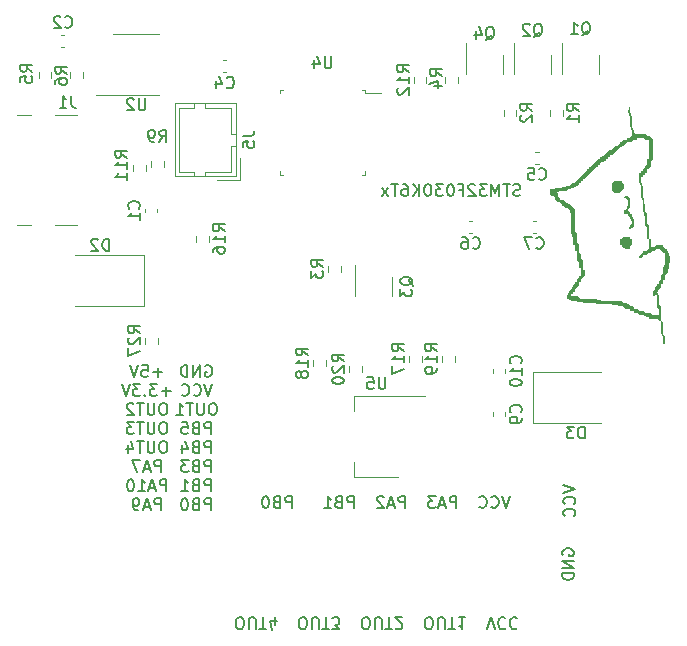
<source format=gbr>
%TF.GenerationSoftware,KiCad,Pcbnew,(6.0.0)*%
%TF.CreationDate,2023-05-26T23:18:24+03:00*%
%TF.ProjectId,uni_mcu_pcb,756e695f-6d63-4755-9f70-63622e6b6963,rev?*%
%TF.SameCoordinates,Original*%
%TF.FileFunction,Legend,Bot*%
%TF.FilePolarity,Positive*%
%FSLAX46Y46*%
G04 Gerber Fmt 4.6, Leading zero omitted, Abs format (unit mm)*
G04 Created by KiCad (PCBNEW (6.0.0)) date 2023-05-26 23:18:24*
%MOMM*%
%LPD*%
G01*
G04 APERTURE LIST*
%ADD10C,0.150000*%
%ADD11C,0.120000*%
G04 APERTURE END LIST*
D10*
X131031523Y-139342761D02*
X130888666Y-139390380D01*
X130650571Y-139390380D01*
X130555333Y-139342761D01*
X130507714Y-139295142D01*
X130460095Y-139199904D01*
X130460095Y-139104666D01*
X130507714Y-139009428D01*
X130555333Y-138961809D01*
X130650571Y-138914190D01*
X130841047Y-138866571D01*
X130936285Y-138818952D01*
X130983904Y-138771333D01*
X131031523Y-138676095D01*
X131031523Y-138580857D01*
X130983904Y-138485619D01*
X130936285Y-138438000D01*
X130841047Y-138390380D01*
X130602952Y-138390380D01*
X130460095Y-138438000D01*
X130174380Y-138390380D02*
X129602952Y-138390380D01*
X129888666Y-139390380D02*
X129888666Y-138390380D01*
X129269619Y-139390380D02*
X129269619Y-138390380D01*
X128936285Y-139104666D01*
X128602952Y-138390380D01*
X128602952Y-139390380D01*
X128222000Y-138390380D02*
X127602952Y-138390380D01*
X127936285Y-138771333D01*
X127793428Y-138771333D01*
X127698190Y-138818952D01*
X127650571Y-138866571D01*
X127602952Y-138961809D01*
X127602952Y-139199904D01*
X127650571Y-139295142D01*
X127698190Y-139342761D01*
X127793428Y-139390380D01*
X128079142Y-139390380D01*
X128174380Y-139342761D01*
X128222000Y-139295142D01*
X127222000Y-138485619D02*
X127174380Y-138438000D01*
X127079142Y-138390380D01*
X126841047Y-138390380D01*
X126745809Y-138438000D01*
X126698190Y-138485619D01*
X126650571Y-138580857D01*
X126650571Y-138676095D01*
X126698190Y-138818952D01*
X127269619Y-139390380D01*
X126650571Y-139390380D01*
X125888666Y-138866571D02*
X126222000Y-138866571D01*
X126222000Y-139390380D02*
X126222000Y-138390380D01*
X125745809Y-138390380D01*
X125174380Y-138390380D02*
X125079142Y-138390380D01*
X124983904Y-138438000D01*
X124936285Y-138485619D01*
X124888666Y-138580857D01*
X124841047Y-138771333D01*
X124841047Y-139009428D01*
X124888666Y-139199904D01*
X124936285Y-139295142D01*
X124983904Y-139342761D01*
X125079142Y-139390380D01*
X125174380Y-139390380D01*
X125269619Y-139342761D01*
X125317238Y-139295142D01*
X125364857Y-139199904D01*
X125412476Y-139009428D01*
X125412476Y-138771333D01*
X125364857Y-138580857D01*
X125317238Y-138485619D01*
X125269619Y-138438000D01*
X125174380Y-138390380D01*
X124507714Y-138390380D02*
X123888666Y-138390380D01*
X124222000Y-138771333D01*
X124079142Y-138771333D01*
X123983904Y-138818952D01*
X123936285Y-138866571D01*
X123888666Y-138961809D01*
X123888666Y-139199904D01*
X123936285Y-139295142D01*
X123983904Y-139342761D01*
X124079142Y-139390380D01*
X124364857Y-139390380D01*
X124460095Y-139342761D01*
X124507714Y-139295142D01*
X123269619Y-138390380D02*
X123174380Y-138390380D01*
X123079142Y-138438000D01*
X123031523Y-138485619D01*
X122983904Y-138580857D01*
X122936285Y-138771333D01*
X122936285Y-139009428D01*
X122983904Y-139199904D01*
X123031523Y-139295142D01*
X123079142Y-139342761D01*
X123174380Y-139390380D01*
X123269619Y-139390380D01*
X123364857Y-139342761D01*
X123412476Y-139295142D01*
X123460095Y-139199904D01*
X123507714Y-139009428D01*
X123507714Y-138771333D01*
X123460095Y-138580857D01*
X123412476Y-138485619D01*
X123364857Y-138438000D01*
X123269619Y-138390380D01*
X122507714Y-139390380D02*
X122507714Y-138390380D01*
X121936285Y-139390380D02*
X122364857Y-138818952D01*
X121936285Y-138390380D02*
X122507714Y-138961809D01*
X121079142Y-138390380D02*
X121269619Y-138390380D01*
X121364857Y-138438000D01*
X121412476Y-138485619D01*
X121507714Y-138628476D01*
X121555333Y-138818952D01*
X121555333Y-139199904D01*
X121507714Y-139295142D01*
X121460095Y-139342761D01*
X121364857Y-139390380D01*
X121174380Y-139390380D01*
X121079142Y-139342761D01*
X121031523Y-139295142D01*
X120983904Y-139199904D01*
X120983904Y-138961809D01*
X121031523Y-138866571D01*
X121079142Y-138818952D01*
X121174380Y-138771333D01*
X121364857Y-138771333D01*
X121460095Y-138818952D01*
X121507714Y-138866571D01*
X121555333Y-138961809D01*
X120698190Y-138390380D02*
X120126761Y-138390380D01*
X120412476Y-139390380D02*
X120412476Y-138390380D01*
X119888666Y-139390380D02*
X119364857Y-138723714D01*
X119888666Y-138723714D02*
X119364857Y-139390380D01*
X100726714Y-154329428D02*
X99964809Y-154329428D01*
X100345761Y-154710380D02*
X100345761Y-153948476D01*
X99012428Y-153710380D02*
X99488619Y-153710380D01*
X99536238Y-154186571D01*
X99488619Y-154138952D01*
X99393380Y-154091333D01*
X99155285Y-154091333D01*
X99060047Y-154138952D01*
X99012428Y-154186571D01*
X98964809Y-154281809D01*
X98964809Y-154519904D01*
X99012428Y-154615142D01*
X99060047Y-154662761D01*
X99155285Y-154710380D01*
X99393380Y-154710380D01*
X99488619Y-154662761D01*
X99536238Y-154615142D01*
X98679095Y-153710380D02*
X98345761Y-154710380D01*
X98012428Y-153710380D01*
X101441000Y-155939428D02*
X100679095Y-155939428D01*
X101060047Y-156320380D02*
X101060047Y-155558476D01*
X100298142Y-155320380D02*
X99679095Y-155320380D01*
X100012428Y-155701333D01*
X99869571Y-155701333D01*
X99774333Y-155748952D01*
X99726714Y-155796571D01*
X99679095Y-155891809D01*
X99679095Y-156129904D01*
X99726714Y-156225142D01*
X99774333Y-156272761D01*
X99869571Y-156320380D01*
X100155285Y-156320380D01*
X100250523Y-156272761D01*
X100298142Y-156225142D01*
X99250523Y-156225142D02*
X99202904Y-156272761D01*
X99250523Y-156320380D01*
X99298142Y-156272761D01*
X99250523Y-156225142D01*
X99250523Y-156320380D01*
X98869571Y-155320380D02*
X98250523Y-155320380D01*
X98583857Y-155701333D01*
X98441000Y-155701333D01*
X98345761Y-155748952D01*
X98298142Y-155796571D01*
X98250523Y-155891809D01*
X98250523Y-156129904D01*
X98298142Y-156225142D01*
X98345761Y-156272761D01*
X98441000Y-156320380D01*
X98726714Y-156320380D01*
X98821952Y-156272761D01*
X98869571Y-156225142D01*
X97964809Y-155320380D02*
X97631476Y-156320380D01*
X97298142Y-155320380D01*
X100917190Y-156930380D02*
X100726714Y-156930380D01*
X100631476Y-156978000D01*
X100536238Y-157073238D01*
X100488619Y-157263714D01*
X100488619Y-157597047D01*
X100536238Y-157787523D01*
X100631476Y-157882761D01*
X100726714Y-157930380D01*
X100917190Y-157930380D01*
X101012428Y-157882761D01*
X101107666Y-157787523D01*
X101155285Y-157597047D01*
X101155285Y-157263714D01*
X101107666Y-157073238D01*
X101012428Y-156978000D01*
X100917190Y-156930380D01*
X100060047Y-156930380D02*
X100060047Y-157739904D01*
X100012428Y-157835142D01*
X99964809Y-157882761D01*
X99869571Y-157930380D01*
X99679095Y-157930380D01*
X99583857Y-157882761D01*
X99536238Y-157835142D01*
X99488619Y-157739904D01*
X99488619Y-156930380D01*
X99155285Y-156930380D02*
X98583857Y-156930380D01*
X98869571Y-157930380D02*
X98869571Y-156930380D01*
X98298142Y-157025619D02*
X98250523Y-156978000D01*
X98155285Y-156930380D01*
X97917190Y-156930380D01*
X97821952Y-156978000D01*
X97774333Y-157025619D01*
X97726714Y-157120857D01*
X97726714Y-157216095D01*
X97774333Y-157358952D01*
X98345761Y-157930380D01*
X97726714Y-157930380D01*
X100917190Y-158540380D02*
X100726714Y-158540380D01*
X100631476Y-158588000D01*
X100536238Y-158683238D01*
X100488619Y-158873714D01*
X100488619Y-159207047D01*
X100536238Y-159397523D01*
X100631476Y-159492761D01*
X100726714Y-159540380D01*
X100917190Y-159540380D01*
X101012428Y-159492761D01*
X101107666Y-159397523D01*
X101155285Y-159207047D01*
X101155285Y-158873714D01*
X101107666Y-158683238D01*
X101012428Y-158588000D01*
X100917190Y-158540380D01*
X100060047Y-158540380D02*
X100060047Y-159349904D01*
X100012428Y-159445142D01*
X99964809Y-159492761D01*
X99869571Y-159540380D01*
X99679095Y-159540380D01*
X99583857Y-159492761D01*
X99536238Y-159445142D01*
X99488619Y-159349904D01*
X99488619Y-158540380D01*
X99155285Y-158540380D02*
X98583857Y-158540380D01*
X98869571Y-159540380D02*
X98869571Y-158540380D01*
X98345761Y-158540380D02*
X97726714Y-158540380D01*
X98060047Y-158921333D01*
X97917190Y-158921333D01*
X97821952Y-158968952D01*
X97774333Y-159016571D01*
X97726714Y-159111809D01*
X97726714Y-159349904D01*
X97774333Y-159445142D01*
X97821952Y-159492761D01*
X97917190Y-159540380D01*
X98202904Y-159540380D01*
X98298142Y-159492761D01*
X98345761Y-159445142D01*
X100917190Y-160150380D02*
X100726714Y-160150380D01*
X100631476Y-160198000D01*
X100536238Y-160293238D01*
X100488619Y-160483714D01*
X100488619Y-160817047D01*
X100536238Y-161007523D01*
X100631476Y-161102761D01*
X100726714Y-161150380D01*
X100917190Y-161150380D01*
X101012428Y-161102761D01*
X101107666Y-161007523D01*
X101155285Y-160817047D01*
X101155285Y-160483714D01*
X101107666Y-160293238D01*
X101012428Y-160198000D01*
X100917190Y-160150380D01*
X100060047Y-160150380D02*
X100060047Y-160959904D01*
X100012428Y-161055142D01*
X99964809Y-161102761D01*
X99869571Y-161150380D01*
X99679095Y-161150380D01*
X99583857Y-161102761D01*
X99536238Y-161055142D01*
X99488619Y-160959904D01*
X99488619Y-160150380D01*
X99155285Y-160150380D02*
X98583857Y-160150380D01*
X98869571Y-161150380D02*
X98869571Y-160150380D01*
X97821952Y-160483714D02*
X97821952Y-161150380D01*
X98060047Y-160102761D02*
X98298142Y-160817047D01*
X97679095Y-160817047D01*
X100607666Y-162760380D02*
X100607666Y-161760380D01*
X100226714Y-161760380D01*
X100131476Y-161808000D01*
X100083857Y-161855619D01*
X100036238Y-161950857D01*
X100036238Y-162093714D01*
X100083857Y-162188952D01*
X100131476Y-162236571D01*
X100226714Y-162284190D01*
X100607666Y-162284190D01*
X99655285Y-162474666D02*
X99179095Y-162474666D01*
X99750523Y-162760380D02*
X99417190Y-161760380D01*
X99083857Y-162760380D01*
X98845761Y-161760380D02*
X98179095Y-161760380D01*
X98607666Y-162760380D01*
X101083857Y-164370380D02*
X101083857Y-163370380D01*
X100702904Y-163370380D01*
X100607666Y-163418000D01*
X100560047Y-163465619D01*
X100512428Y-163560857D01*
X100512428Y-163703714D01*
X100560047Y-163798952D01*
X100607666Y-163846571D01*
X100702904Y-163894190D01*
X101083857Y-163894190D01*
X100131476Y-164084666D02*
X99655285Y-164084666D01*
X100226714Y-164370380D02*
X99893380Y-163370380D01*
X99560047Y-164370380D01*
X98702904Y-164370380D02*
X99274333Y-164370380D01*
X98988619Y-164370380D02*
X98988619Y-163370380D01*
X99083857Y-163513238D01*
X99179095Y-163608476D01*
X99274333Y-163656095D01*
X98083857Y-163370380D02*
X97988619Y-163370380D01*
X97893380Y-163418000D01*
X97845761Y-163465619D01*
X97798142Y-163560857D01*
X97750523Y-163751333D01*
X97750523Y-163989428D01*
X97798142Y-164179904D01*
X97845761Y-164275142D01*
X97893380Y-164322761D01*
X97988619Y-164370380D01*
X98083857Y-164370380D01*
X98179095Y-164322761D01*
X98226714Y-164275142D01*
X98274333Y-164179904D01*
X98321952Y-163989428D01*
X98321952Y-163751333D01*
X98274333Y-163560857D01*
X98226714Y-163465619D01*
X98179095Y-163418000D01*
X98083857Y-163370380D01*
X100607666Y-165980380D02*
X100607666Y-164980380D01*
X100226714Y-164980380D01*
X100131476Y-165028000D01*
X100083857Y-165075619D01*
X100036238Y-165170857D01*
X100036238Y-165313714D01*
X100083857Y-165408952D01*
X100131476Y-165456571D01*
X100226714Y-165504190D01*
X100607666Y-165504190D01*
X99655285Y-165694666D02*
X99179095Y-165694666D01*
X99750523Y-165980380D02*
X99417190Y-164980380D01*
X99083857Y-165980380D01*
X98702904Y-165980380D02*
X98512428Y-165980380D01*
X98417190Y-165932761D01*
X98369571Y-165885142D01*
X98274333Y-165742285D01*
X98226714Y-165551809D01*
X98226714Y-165170857D01*
X98274333Y-165075619D01*
X98321952Y-165028000D01*
X98417190Y-164980380D01*
X98607666Y-164980380D01*
X98702904Y-165028000D01*
X98750523Y-165075619D01*
X98798142Y-165170857D01*
X98798142Y-165408952D01*
X98750523Y-165504190D01*
X98702904Y-165551809D01*
X98607666Y-165599428D01*
X98417190Y-165599428D01*
X98321952Y-165551809D01*
X98274333Y-165504190D01*
X98226714Y-165408952D01*
X134707380Y-163893666D02*
X135707380Y-164227000D01*
X134707380Y-164560333D01*
X135612142Y-165465095D02*
X135659761Y-165417476D01*
X135707380Y-165274619D01*
X135707380Y-165179380D01*
X135659761Y-165036523D01*
X135564523Y-164941285D01*
X135469285Y-164893666D01*
X135278809Y-164846047D01*
X135135952Y-164846047D01*
X134945476Y-164893666D01*
X134850238Y-164941285D01*
X134755000Y-165036523D01*
X134707380Y-165179380D01*
X134707380Y-165274619D01*
X134755000Y-165417476D01*
X134802619Y-165465095D01*
X135612142Y-166465095D02*
X135659761Y-166417476D01*
X135707380Y-166274619D01*
X135707380Y-166179380D01*
X135659761Y-166036523D01*
X135564523Y-165941285D01*
X135469285Y-165893666D01*
X135278809Y-165846047D01*
X135135952Y-165846047D01*
X134945476Y-165893666D01*
X134850238Y-165941285D01*
X134755000Y-166036523D01*
X134707380Y-166179380D01*
X134707380Y-166274619D01*
X134755000Y-166417476D01*
X134802619Y-166465095D01*
X107205333Y-176061619D02*
X107395809Y-176061619D01*
X107491047Y-176014000D01*
X107586285Y-175918761D01*
X107633904Y-175728285D01*
X107633904Y-175394952D01*
X107586285Y-175204476D01*
X107491047Y-175109238D01*
X107395809Y-175061619D01*
X107205333Y-175061619D01*
X107110095Y-175109238D01*
X107014857Y-175204476D01*
X106967238Y-175394952D01*
X106967238Y-175728285D01*
X107014857Y-175918761D01*
X107110095Y-176014000D01*
X107205333Y-176061619D01*
X108062476Y-176061619D02*
X108062476Y-175252095D01*
X108110095Y-175156857D01*
X108157714Y-175109238D01*
X108252952Y-175061619D01*
X108443428Y-175061619D01*
X108538666Y-175109238D01*
X108586285Y-175156857D01*
X108633904Y-175252095D01*
X108633904Y-176061619D01*
X108967238Y-176061619D02*
X109538666Y-176061619D01*
X109252952Y-175061619D02*
X109252952Y-176061619D01*
X110300571Y-175728285D02*
X110300571Y-175061619D01*
X110062476Y-176109238D02*
X109824380Y-175394952D01*
X110443428Y-175394952D01*
X112538666Y-176061619D02*
X112729142Y-176061619D01*
X112824380Y-176014000D01*
X112919619Y-175918761D01*
X112967238Y-175728285D01*
X112967238Y-175394952D01*
X112919619Y-175204476D01*
X112824380Y-175109238D01*
X112729142Y-175061619D01*
X112538666Y-175061619D01*
X112443428Y-175109238D01*
X112348190Y-175204476D01*
X112300571Y-175394952D01*
X112300571Y-175728285D01*
X112348190Y-175918761D01*
X112443428Y-176014000D01*
X112538666Y-176061619D01*
X113395809Y-176061619D02*
X113395809Y-175252095D01*
X113443428Y-175156857D01*
X113491047Y-175109238D01*
X113586285Y-175061619D01*
X113776761Y-175061619D01*
X113872000Y-175109238D01*
X113919619Y-175156857D01*
X113967238Y-175252095D01*
X113967238Y-176061619D01*
X114300571Y-176061619D02*
X114872000Y-176061619D01*
X114586285Y-175061619D02*
X114586285Y-176061619D01*
X115110095Y-176061619D02*
X115729142Y-176061619D01*
X115395809Y-175680666D01*
X115538666Y-175680666D01*
X115633904Y-175633047D01*
X115681523Y-175585428D01*
X115729142Y-175490190D01*
X115729142Y-175252095D01*
X115681523Y-175156857D01*
X115633904Y-175109238D01*
X115538666Y-175061619D01*
X115252952Y-175061619D01*
X115157714Y-175109238D01*
X115110095Y-175156857D01*
X117872000Y-176061619D02*
X118062476Y-176061619D01*
X118157714Y-176014000D01*
X118252952Y-175918761D01*
X118300571Y-175728285D01*
X118300571Y-175394952D01*
X118252952Y-175204476D01*
X118157714Y-175109238D01*
X118062476Y-175061619D01*
X117872000Y-175061619D01*
X117776761Y-175109238D01*
X117681523Y-175204476D01*
X117633904Y-175394952D01*
X117633904Y-175728285D01*
X117681523Y-175918761D01*
X117776761Y-176014000D01*
X117872000Y-176061619D01*
X118729142Y-176061619D02*
X118729142Y-175252095D01*
X118776761Y-175156857D01*
X118824380Y-175109238D01*
X118919619Y-175061619D01*
X119110095Y-175061619D01*
X119205333Y-175109238D01*
X119252952Y-175156857D01*
X119300571Y-175252095D01*
X119300571Y-176061619D01*
X119633904Y-176061619D02*
X120205333Y-176061619D01*
X119919619Y-175061619D02*
X119919619Y-176061619D01*
X120491047Y-175966380D02*
X120538666Y-176014000D01*
X120633904Y-176061619D01*
X120872000Y-176061619D01*
X120967238Y-176014000D01*
X121014857Y-175966380D01*
X121062476Y-175871142D01*
X121062476Y-175775904D01*
X121014857Y-175633047D01*
X120443428Y-175061619D01*
X121062476Y-175061619D01*
X123205333Y-176061619D02*
X123395809Y-176061619D01*
X123491047Y-176014000D01*
X123586285Y-175918761D01*
X123633904Y-175728285D01*
X123633904Y-175394952D01*
X123586285Y-175204476D01*
X123491047Y-175109238D01*
X123395809Y-175061619D01*
X123205333Y-175061619D01*
X123110095Y-175109238D01*
X123014857Y-175204476D01*
X122967238Y-175394952D01*
X122967238Y-175728285D01*
X123014857Y-175918761D01*
X123110095Y-176014000D01*
X123205333Y-176061619D01*
X124062476Y-176061619D02*
X124062476Y-175252095D01*
X124110095Y-175156857D01*
X124157714Y-175109238D01*
X124252952Y-175061619D01*
X124443428Y-175061619D01*
X124538666Y-175109238D01*
X124586285Y-175156857D01*
X124633904Y-175252095D01*
X124633904Y-176061619D01*
X124967238Y-176061619D02*
X125538666Y-176061619D01*
X125252952Y-175061619D02*
X125252952Y-176061619D01*
X126395809Y-175061619D02*
X125824380Y-175061619D01*
X126110095Y-175061619D02*
X126110095Y-176061619D01*
X126014857Y-175918761D01*
X125919619Y-175823523D01*
X125824380Y-175775904D01*
X128205333Y-176061619D02*
X128538666Y-175061619D01*
X128872000Y-176061619D01*
X129776761Y-175156857D02*
X129729142Y-175109238D01*
X129586285Y-175061619D01*
X129491047Y-175061619D01*
X129348190Y-175109238D01*
X129252952Y-175204476D01*
X129205333Y-175299714D01*
X129157714Y-175490190D01*
X129157714Y-175633047D01*
X129205333Y-175823523D01*
X129252952Y-175918761D01*
X129348190Y-176014000D01*
X129491047Y-176061619D01*
X129586285Y-176061619D01*
X129729142Y-176014000D01*
X129776761Y-175966380D01*
X130776761Y-175156857D02*
X130729142Y-175109238D01*
X130586285Y-175061619D01*
X130491047Y-175061619D01*
X130348190Y-175109238D01*
X130252952Y-175204476D01*
X130205333Y-175299714D01*
X130157714Y-175490190D01*
X130157714Y-175633047D01*
X130205333Y-175823523D01*
X130252952Y-175918761D01*
X130348190Y-176014000D01*
X130491047Y-176061619D01*
X130586285Y-176061619D01*
X130729142Y-176014000D01*
X130776761Y-175966380D01*
X130157809Y-164806380D02*
X129824476Y-165806380D01*
X129491142Y-164806380D01*
X128586380Y-165711142D02*
X128634000Y-165758761D01*
X128776857Y-165806380D01*
X128872095Y-165806380D01*
X129014952Y-165758761D01*
X129110190Y-165663523D01*
X129157809Y-165568285D01*
X129205428Y-165377809D01*
X129205428Y-165234952D01*
X129157809Y-165044476D01*
X129110190Y-164949238D01*
X129014952Y-164854000D01*
X128872095Y-164806380D01*
X128776857Y-164806380D01*
X128634000Y-164854000D01*
X128586380Y-164901619D01*
X127586380Y-165711142D02*
X127634000Y-165758761D01*
X127776857Y-165806380D01*
X127872095Y-165806380D01*
X128014952Y-165758761D01*
X128110190Y-165663523D01*
X128157809Y-165568285D01*
X128205428Y-165377809D01*
X128205428Y-165234952D01*
X128157809Y-165044476D01*
X128110190Y-164949238D01*
X128014952Y-164854000D01*
X127872095Y-164806380D01*
X127776857Y-164806380D01*
X127634000Y-164854000D01*
X127586380Y-164901619D01*
X125634000Y-165806380D02*
X125634000Y-164806380D01*
X125253047Y-164806380D01*
X125157809Y-164854000D01*
X125110190Y-164901619D01*
X125062571Y-164996857D01*
X125062571Y-165139714D01*
X125110190Y-165234952D01*
X125157809Y-165282571D01*
X125253047Y-165330190D01*
X125634000Y-165330190D01*
X124681619Y-165520666D02*
X124205428Y-165520666D01*
X124776857Y-165806380D02*
X124443523Y-164806380D01*
X124110190Y-165806380D01*
X123872095Y-164806380D02*
X123253047Y-164806380D01*
X123586380Y-165187333D01*
X123443523Y-165187333D01*
X123348285Y-165234952D01*
X123300666Y-165282571D01*
X123253047Y-165377809D01*
X123253047Y-165615904D01*
X123300666Y-165711142D01*
X123348285Y-165758761D01*
X123443523Y-165806380D01*
X123729238Y-165806380D01*
X123824476Y-165758761D01*
X123872095Y-165711142D01*
X121300666Y-165806380D02*
X121300666Y-164806380D01*
X120919714Y-164806380D01*
X120824476Y-164854000D01*
X120776857Y-164901619D01*
X120729238Y-164996857D01*
X120729238Y-165139714D01*
X120776857Y-165234952D01*
X120824476Y-165282571D01*
X120919714Y-165330190D01*
X121300666Y-165330190D01*
X120348285Y-165520666D02*
X119872095Y-165520666D01*
X120443523Y-165806380D02*
X120110190Y-164806380D01*
X119776857Y-165806380D01*
X119491142Y-164901619D02*
X119443523Y-164854000D01*
X119348285Y-164806380D01*
X119110190Y-164806380D01*
X119014952Y-164854000D01*
X118967333Y-164901619D01*
X118919714Y-164996857D01*
X118919714Y-165092095D01*
X118967333Y-165234952D01*
X119538761Y-165806380D01*
X118919714Y-165806380D01*
X116967333Y-165806380D02*
X116967333Y-164806380D01*
X116586380Y-164806380D01*
X116491142Y-164854000D01*
X116443523Y-164901619D01*
X116395904Y-164996857D01*
X116395904Y-165139714D01*
X116443523Y-165234952D01*
X116491142Y-165282571D01*
X116586380Y-165330190D01*
X116967333Y-165330190D01*
X115634000Y-165282571D02*
X115491142Y-165330190D01*
X115443523Y-165377809D01*
X115395904Y-165473047D01*
X115395904Y-165615904D01*
X115443523Y-165711142D01*
X115491142Y-165758761D01*
X115586380Y-165806380D01*
X115967333Y-165806380D01*
X115967333Y-164806380D01*
X115634000Y-164806380D01*
X115538761Y-164854000D01*
X115491142Y-164901619D01*
X115443523Y-164996857D01*
X115443523Y-165092095D01*
X115491142Y-165187333D01*
X115538761Y-165234952D01*
X115634000Y-165282571D01*
X115967333Y-165282571D01*
X114443523Y-165806380D02*
X115014952Y-165806380D01*
X114729238Y-165806380D02*
X114729238Y-164806380D01*
X114824476Y-164949238D01*
X114919714Y-165044476D01*
X115014952Y-165092095D01*
X111729238Y-165806380D02*
X111729238Y-164806380D01*
X111348285Y-164806380D01*
X111253047Y-164854000D01*
X111205428Y-164901619D01*
X111157809Y-164996857D01*
X111157809Y-165139714D01*
X111205428Y-165234952D01*
X111253047Y-165282571D01*
X111348285Y-165330190D01*
X111729238Y-165330190D01*
X110395904Y-165282571D02*
X110253047Y-165330190D01*
X110205428Y-165377809D01*
X110157809Y-165473047D01*
X110157809Y-165615904D01*
X110205428Y-165711142D01*
X110253047Y-165758761D01*
X110348285Y-165806380D01*
X110729238Y-165806380D01*
X110729238Y-164806380D01*
X110395904Y-164806380D01*
X110300666Y-164854000D01*
X110253047Y-164901619D01*
X110205428Y-164996857D01*
X110205428Y-165092095D01*
X110253047Y-165187333D01*
X110300666Y-165234952D01*
X110395904Y-165282571D01*
X110729238Y-165282571D01*
X109538761Y-164806380D02*
X109443523Y-164806380D01*
X109348285Y-164854000D01*
X109300666Y-164901619D01*
X109253047Y-164996857D01*
X109205428Y-165187333D01*
X109205428Y-165425428D01*
X109253047Y-165615904D01*
X109300666Y-165711142D01*
X109348285Y-165758761D01*
X109443523Y-165806380D01*
X109538761Y-165806380D01*
X109634000Y-165758761D01*
X109681619Y-165711142D01*
X109729238Y-165615904D01*
X109776857Y-165425428D01*
X109776857Y-165187333D01*
X109729238Y-164996857D01*
X109681619Y-164901619D01*
X109634000Y-164854000D01*
X109538761Y-164806380D01*
X104393904Y-153758000D02*
X104489142Y-153710380D01*
X104632000Y-153710380D01*
X104774857Y-153758000D01*
X104870095Y-153853238D01*
X104917714Y-153948476D01*
X104965333Y-154138952D01*
X104965333Y-154281809D01*
X104917714Y-154472285D01*
X104870095Y-154567523D01*
X104774857Y-154662761D01*
X104632000Y-154710380D01*
X104536761Y-154710380D01*
X104393904Y-154662761D01*
X104346285Y-154615142D01*
X104346285Y-154281809D01*
X104536761Y-154281809D01*
X103917714Y-154710380D02*
X103917714Y-153710380D01*
X103346285Y-154710380D01*
X103346285Y-153710380D01*
X102870095Y-154710380D02*
X102870095Y-153710380D01*
X102632000Y-153710380D01*
X102489142Y-153758000D01*
X102393904Y-153853238D01*
X102346285Y-153948476D01*
X102298666Y-154138952D01*
X102298666Y-154281809D01*
X102346285Y-154472285D01*
X102393904Y-154567523D01*
X102489142Y-154662761D01*
X102632000Y-154710380D01*
X102870095Y-154710380D01*
X104965333Y-155320380D02*
X104632000Y-156320380D01*
X104298666Y-155320380D01*
X103393904Y-156225142D02*
X103441523Y-156272761D01*
X103584380Y-156320380D01*
X103679619Y-156320380D01*
X103822476Y-156272761D01*
X103917714Y-156177523D01*
X103965333Y-156082285D01*
X104012952Y-155891809D01*
X104012952Y-155748952D01*
X103965333Y-155558476D01*
X103917714Y-155463238D01*
X103822476Y-155368000D01*
X103679619Y-155320380D01*
X103584380Y-155320380D01*
X103441523Y-155368000D01*
X103393904Y-155415619D01*
X102393904Y-156225142D02*
X102441523Y-156272761D01*
X102584380Y-156320380D01*
X102679619Y-156320380D01*
X102822476Y-156272761D01*
X102917714Y-156177523D01*
X102965333Y-156082285D01*
X103012952Y-155891809D01*
X103012952Y-155748952D01*
X102965333Y-155558476D01*
X102917714Y-155463238D01*
X102822476Y-155368000D01*
X102679619Y-155320380D01*
X102584380Y-155320380D01*
X102441523Y-155368000D01*
X102393904Y-155415619D01*
X105108190Y-156930380D02*
X104917714Y-156930380D01*
X104822476Y-156978000D01*
X104727238Y-157073238D01*
X104679619Y-157263714D01*
X104679619Y-157597047D01*
X104727238Y-157787523D01*
X104822476Y-157882761D01*
X104917714Y-157930380D01*
X105108190Y-157930380D01*
X105203428Y-157882761D01*
X105298666Y-157787523D01*
X105346285Y-157597047D01*
X105346285Y-157263714D01*
X105298666Y-157073238D01*
X105203428Y-156978000D01*
X105108190Y-156930380D01*
X104251047Y-156930380D02*
X104251047Y-157739904D01*
X104203428Y-157835142D01*
X104155809Y-157882761D01*
X104060571Y-157930380D01*
X103870095Y-157930380D01*
X103774857Y-157882761D01*
X103727238Y-157835142D01*
X103679619Y-157739904D01*
X103679619Y-156930380D01*
X103346285Y-156930380D02*
X102774857Y-156930380D01*
X103060571Y-157930380D02*
X103060571Y-156930380D01*
X101917714Y-157930380D02*
X102489142Y-157930380D01*
X102203428Y-157930380D02*
X102203428Y-156930380D01*
X102298666Y-157073238D01*
X102393904Y-157168476D01*
X102489142Y-157216095D01*
X104870095Y-159540380D02*
X104870095Y-158540380D01*
X104489142Y-158540380D01*
X104393904Y-158588000D01*
X104346285Y-158635619D01*
X104298666Y-158730857D01*
X104298666Y-158873714D01*
X104346285Y-158968952D01*
X104393904Y-159016571D01*
X104489142Y-159064190D01*
X104870095Y-159064190D01*
X103536761Y-159016571D02*
X103393904Y-159064190D01*
X103346285Y-159111809D01*
X103298666Y-159207047D01*
X103298666Y-159349904D01*
X103346285Y-159445142D01*
X103393904Y-159492761D01*
X103489142Y-159540380D01*
X103870095Y-159540380D01*
X103870095Y-158540380D01*
X103536761Y-158540380D01*
X103441523Y-158588000D01*
X103393904Y-158635619D01*
X103346285Y-158730857D01*
X103346285Y-158826095D01*
X103393904Y-158921333D01*
X103441523Y-158968952D01*
X103536761Y-159016571D01*
X103870095Y-159016571D01*
X102393904Y-158540380D02*
X102870095Y-158540380D01*
X102917714Y-159016571D01*
X102870095Y-158968952D01*
X102774857Y-158921333D01*
X102536761Y-158921333D01*
X102441523Y-158968952D01*
X102393904Y-159016571D01*
X102346285Y-159111809D01*
X102346285Y-159349904D01*
X102393904Y-159445142D01*
X102441523Y-159492761D01*
X102536761Y-159540380D01*
X102774857Y-159540380D01*
X102870095Y-159492761D01*
X102917714Y-159445142D01*
X104870095Y-161150380D02*
X104870095Y-160150380D01*
X104489142Y-160150380D01*
X104393904Y-160198000D01*
X104346285Y-160245619D01*
X104298666Y-160340857D01*
X104298666Y-160483714D01*
X104346285Y-160578952D01*
X104393904Y-160626571D01*
X104489142Y-160674190D01*
X104870095Y-160674190D01*
X103536761Y-160626571D02*
X103393904Y-160674190D01*
X103346285Y-160721809D01*
X103298666Y-160817047D01*
X103298666Y-160959904D01*
X103346285Y-161055142D01*
X103393904Y-161102761D01*
X103489142Y-161150380D01*
X103870095Y-161150380D01*
X103870095Y-160150380D01*
X103536761Y-160150380D01*
X103441523Y-160198000D01*
X103393904Y-160245619D01*
X103346285Y-160340857D01*
X103346285Y-160436095D01*
X103393904Y-160531333D01*
X103441523Y-160578952D01*
X103536761Y-160626571D01*
X103870095Y-160626571D01*
X102441523Y-160483714D02*
X102441523Y-161150380D01*
X102679619Y-160102761D02*
X102917714Y-160817047D01*
X102298666Y-160817047D01*
X104870095Y-162760380D02*
X104870095Y-161760380D01*
X104489142Y-161760380D01*
X104393904Y-161808000D01*
X104346285Y-161855619D01*
X104298666Y-161950857D01*
X104298666Y-162093714D01*
X104346285Y-162188952D01*
X104393904Y-162236571D01*
X104489142Y-162284190D01*
X104870095Y-162284190D01*
X103536761Y-162236571D02*
X103393904Y-162284190D01*
X103346285Y-162331809D01*
X103298666Y-162427047D01*
X103298666Y-162569904D01*
X103346285Y-162665142D01*
X103393904Y-162712761D01*
X103489142Y-162760380D01*
X103870095Y-162760380D01*
X103870095Y-161760380D01*
X103536761Y-161760380D01*
X103441523Y-161808000D01*
X103393904Y-161855619D01*
X103346285Y-161950857D01*
X103346285Y-162046095D01*
X103393904Y-162141333D01*
X103441523Y-162188952D01*
X103536761Y-162236571D01*
X103870095Y-162236571D01*
X102965333Y-161760380D02*
X102346285Y-161760380D01*
X102679619Y-162141333D01*
X102536761Y-162141333D01*
X102441523Y-162188952D01*
X102393904Y-162236571D01*
X102346285Y-162331809D01*
X102346285Y-162569904D01*
X102393904Y-162665142D01*
X102441523Y-162712761D01*
X102536761Y-162760380D01*
X102822476Y-162760380D01*
X102917714Y-162712761D01*
X102965333Y-162665142D01*
X104870095Y-164370380D02*
X104870095Y-163370380D01*
X104489142Y-163370380D01*
X104393904Y-163418000D01*
X104346285Y-163465619D01*
X104298666Y-163560857D01*
X104298666Y-163703714D01*
X104346285Y-163798952D01*
X104393904Y-163846571D01*
X104489142Y-163894190D01*
X104870095Y-163894190D01*
X103536761Y-163846571D02*
X103393904Y-163894190D01*
X103346285Y-163941809D01*
X103298666Y-164037047D01*
X103298666Y-164179904D01*
X103346285Y-164275142D01*
X103393904Y-164322761D01*
X103489142Y-164370380D01*
X103870095Y-164370380D01*
X103870095Y-163370380D01*
X103536761Y-163370380D01*
X103441523Y-163418000D01*
X103393904Y-163465619D01*
X103346285Y-163560857D01*
X103346285Y-163656095D01*
X103393904Y-163751333D01*
X103441523Y-163798952D01*
X103536761Y-163846571D01*
X103870095Y-163846571D01*
X102346285Y-164370380D02*
X102917714Y-164370380D01*
X102632000Y-164370380D02*
X102632000Y-163370380D01*
X102727238Y-163513238D01*
X102822476Y-163608476D01*
X102917714Y-163656095D01*
X104870095Y-165980380D02*
X104870095Y-164980380D01*
X104489142Y-164980380D01*
X104393904Y-165028000D01*
X104346285Y-165075619D01*
X104298666Y-165170857D01*
X104298666Y-165313714D01*
X104346285Y-165408952D01*
X104393904Y-165456571D01*
X104489142Y-165504190D01*
X104870095Y-165504190D01*
X103536761Y-165456571D02*
X103393904Y-165504190D01*
X103346285Y-165551809D01*
X103298666Y-165647047D01*
X103298666Y-165789904D01*
X103346285Y-165885142D01*
X103393904Y-165932761D01*
X103489142Y-165980380D01*
X103870095Y-165980380D01*
X103870095Y-164980380D01*
X103536761Y-164980380D01*
X103441523Y-165028000D01*
X103393904Y-165075619D01*
X103346285Y-165170857D01*
X103346285Y-165266095D01*
X103393904Y-165361333D01*
X103441523Y-165408952D01*
X103536761Y-165456571D01*
X103870095Y-165456571D01*
X102679619Y-164980380D02*
X102584380Y-164980380D01*
X102489142Y-165028000D01*
X102441523Y-165075619D01*
X102393904Y-165170857D01*
X102346285Y-165361333D01*
X102346285Y-165599428D01*
X102393904Y-165789904D01*
X102441523Y-165885142D01*
X102489142Y-165932761D01*
X102584380Y-165980380D01*
X102679619Y-165980380D01*
X102774857Y-165932761D01*
X102822476Y-165885142D01*
X102870095Y-165789904D01*
X102917714Y-165599428D01*
X102917714Y-165361333D01*
X102870095Y-165170857D01*
X102822476Y-165075619D01*
X102774857Y-165028000D01*
X102679619Y-164980380D01*
X134628000Y-169799095D02*
X134580380Y-169703857D01*
X134580380Y-169561000D01*
X134628000Y-169418142D01*
X134723238Y-169322904D01*
X134818476Y-169275285D01*
X135008952Y-169227666D01*
X135151809Y-169227666D01*
X135342285Y-169275285D01*
X135437523Y-169322904D01*
X135532761Y-169418142D01*
X135580380Y-169561000D01*
X135580380Y-169656238D01*
X135532761Y-169799095D01*
X135485142Y-169846714D01*
X135151809Y-169846714D01*
X135151809Y-169656238D01*
X135580380Y-170275285D02*
X134580380Y-170275285D01*
X135580380Y-170846714D01*
X134580380Y-170846714D01*
X135580380Y-171322904D02*
X134580380Y-171322904D01*
X134580380Y-171561000D01*
X134628000Y-171703857D01*
X134723238Y-171799095D01*
X134818476Y-171846714D01*
X135008952Y-171894333D01*
X135151809Y-171894333D01*
X135342285Y-171846714D01*
X135437523Y-171799095D01*
X135532761Y-171703857D01*
X135580380Y-171561000D01*
X135580380Y-171322904D01*
%TO.C,R20*%
X116116380Y-153384642D02*
X115640190Y-153051309D01*
X116116380Y-152813214D02*
X115116380Y-152813214D01*
X115116380Y-153194166D01*
X115164000Y-153289404D01*
X115211619Y-153337023D01*
X115306857Y-153384642D01*
X115449714Y-153384642D01*
X115544952Y-153337023D01*
X115592571Y-153289404D01*
X115640190Y-153194166D01*
X115640190Y-152813214D01*
X115211619Y-153765595D02*
X115164000Y-153813214D01*
X115116380Y-153908452D01*
X115116380Y-154146547D01*
X115164000Y-154241785D01*
X115211619Y-154289404D01*
X115306857Y-154337023D01*
X115402095Y-154337023D01*
X115544952Y-154289404D01*
X116116380Y-153717976D01*
X116116380Y-154337023D01*
X115116380Y-154956071D02*
X115116380Y-155051309D01*
X115164000Y-155146547D01*
X115211619Y-155194166D01*
X115306857Y-155241785D01*
X115497333Y-155289404D01*
X115735428Y-155289404D01*
X115925904Y-155241785D01*
X116021142Y-155194166D01*
X116068761Y-155146547D01*
X116116380Y-155051309D01*
X116116380Y-154956071D01*
X116068761Y-154860833D01*
X116021142Y-154813214D01*
X115925904Y-154765595D01*
X115735428Y-154717976D01*
X115497333Y-154717976D01*
X115306857Y-154765595D01*
X115211619Y-154813214D01*
X115164000Y-154860833D01*
X115116380Y-154956071D01*
%TO.C,R2*%
X132057380Y-132167333D02*
X131581190Y-131834000D01*
X132057380Y-131595904D02*
X131057380Y-131595904D01*
X131057380Y-131976857D01*
X131105000Y-132072095D01*
X131152619Y-132119714D01*
X131247857Y-132167333D01*
X131390714Y-132167333D01*
X131485952Y-132119714D01*
X131533571Y-132072095D01*
X131581190Y-131976857D01*
X131581190Y-131595904D01*
X131152619Y-132548285D02*
X131105000Y-132595904D01*
X131057380Y-132691142D01*
X131057380Y-132929238D01*
X131105000Y-133024476D01*
X131152619Y-133072095D01*
X131247857Y-133119714D01*
X131343095Y-133119714D01*
X131485952Y-133072095D01*
X132057380Y-132500666D01*
X132057380Y-133119714D01*
%TO.C,U2*%
X99313904Y-131122380D02*
X99313904Y-131931904D01*
X99266285Y-132027142D01*
X99218666Y-132074761D01*
X99123428Y-132122380D01*
X98932952Y-132122380D01*
X98837714Y-132074761D01*
X98790095Y-132027142D01*
X98742476Y-131931904D01*
X98742476Y-131122380D01*
X98313904Y-131217619D02*
X98266285Y-131170000D01*
X98171047Y-131122380D01*
X97932952Y-131122380D01*
X97837714Y-131170000D01*
X97790095Y-131217619D01*
X97742476Y-131312857D01*
X97742476Y-131408095D01*
X97790095Y-131550952D01*
X98361523Y-132122380D01*
X97742476Y-132122380D01*
%TO.C,Q3*%
X121959619Y-146970761D02*
X121912000Y-146875523D01*
X121816761Y-146780285D01*
X121673904Y-146637428D01*
X121626285Y-146542190D01*
X121626285Y-146446952D01*
X121864380Y-146494571D02*
X121816761Y-146399333D01*
X121721523Y-146304095D01*
X121531047Y-146256476D01*
X121197714Y-146256476D01*
X121007238Y-146304095D01*
X120912000Y-146399333D01*
X120864380Y-146494571D01*
X120864380Y-146685047D01*
X120912000Y-146780285D01*
X121007238Y-146875523D01*
X121197714Y-146923142D01*
X121531047Y-146923142D01*
X121721523Y-146875523D01*
X121816761Y-146780285D01*
X121864380Y-146685047D01*
X121864380Y-146494571D01*
X120864380Y-147256476D02*
X120864380Y-147875523D01*
X121245333Y-147542190D01*
X121245333Y-147685047D01*
X121292952Y-147780285D01*
X121340571Y-147827904D01*
X121435809Y-147875523D01*
X121673904Y-147875523D01*
X121769142Y-147827904D01*
X121816761Y-147780285D01*
X121864380Y-147685047D01*
X121864380Y-147399333D01*
X121816761Y-147304095D01*
X121769142Y-147256476D01*
%TO.C,C7*%
X132400166Y-143773142D02*
X132447785Y-143820761D01*
X132590642Y-143868380D01*
X132685880Y-143868380D01*
X132828738Y-143820761D01*
X132923976Y-143725523D01*
X132971595Y-143630285D01*
X133019214Y-143439809D01*
X133019214Y-143296952D01*
X132971595Y-143106476D01*
X132923976Y-143011238D01*
X132828738Y-142916000D01*
X132685880Y-142868380D01*
X132590642Y-142868380D01*
X132447785Y-142916000D01*
X132400166Y-142963619D01*
X132066833Y-142868380D02*
X131400166Y-142868380D01*
X131828738Y-143868380D01*
%TO.C,Q4*%
X128111238Y-126150619D02*
X128206476Y-126103000D01*
X128301714Y-126007761D01*
X128444571Y-125864904D01*
X128539809Y-125817285D01*
X128635047Y-125817285D01*
X128587428Y-126055380D02*
X128682666Y-126007761D01*
X128777904Y-125912523D01*
X128825523Y-125722047D01*
X128825523Y-125388714D01*
X128777904Y-125198238D01*
X128682666Y-125103000D01*
X128587428Y-125055380D01*
X128396952Y-125055380D01*
X128301714Y-125103000D01*
X128206476Y-125198238D01*
X128158857Y-125388714D01*
X128158857Y-125722047D01*
X128206476Y-125912523D01*
X128301714Y-126007761D01*
X128396952Y-126055380D01*
X128587428Y-126055380D01*
X127301714Y-125388714D02*
X127301714Y-126055380D01*
X127539809Y-125007761D02*
X127777904Y-125722047D01*
X127158857Y-125722047D01*
%TO.C,R3*%
X114338380Y-145375333D02*
X113862190Y-145042000D01*
X114338380Y-144803904D02*
X113338380Y-144803904D01*
X113338380Y-145184857D01*
X113386000Y-145280095D01*
X113433619Y-145327714D01*
X113528857Y-145375333D01*
X113671714Y-145375333D01*
X113766952Y-145327714D01*
X113814571Y-145280095D01*
X113862190Y-145184857D01*
X113862190Y-144803904D01*
X113338380Y-145708666D02*
X113338380Y-146327714D01*
X113719333Y-145994380D01*
X113719333Y-146137238D01*
X113766952Y-146232476D01*
X113814571Y-146280095D01*
X113909809Y-146327714D01*
X114147904Y-146327714D01*
X114243142Y-146280095D01*
X114290761Y-146232476D01*
X114338380Y-146137238D01*
X114338380Y-145851523D01*
X114290761Y-145756285D01*
X114243142Y-145708666D01*
%TO.C,U4*%
X115061904Y-127557380D02*
X115061904Y-128366904D01*
X115014285Y-128462142D01*
X114966666Y-128509761D01*
X114871428Y-128557380D01*
X114680952Y-128557380D01*
X114585714Y-128509761D01*
X114538095Y-128462142D01*
X114490476Y-128366904D01*
X114490476Y-127557380D01*
X113585714Y-127890714D02*
X113585714Y-128557380D01*
X113823809Y-127509761D02*
X114061904Y-128224047D01*
X113442857Y-128224047D01*
%TO.C,R19*%
X123990380Y-152519142D02*
X123514190Y-152185809D01*
X123990380Y-151947714D02*
X122990380Y-151947714D01*
X122990380Y-152328666D01*
X123038000Y-152423904D01*
X123085619Y-152471523D01*
X123180857Y-152519142D01*
X123323714Y-152519142D01*
X123418952Y-152471523D01*
X123466571Y-152423904D01*
X123514190Y-152328666D01*
X123514190Y-151947714D01*
X123990380Y-153471523D02*
X123990380Y-152900095D01*
X123990380Y-153185809D02*
X122990380Y-153185809D01*
X123133238Y-153090571D01*
X123228476Y-152995333D01*
X123276095Y-152900095D01*
X123990380Y-153947714D02*
X123990380Y-154138190D01*
X123942761Y-154233428D01*
X123895142Y-154281047D01*
X123752285Y-154376285D01*
X123561809Y-154423904D01*
X123180857Y-154423904D01*
X123085619Y-154376285D01*
X123038000Y-154328666D01*
X122990380Y-154233428D01*
X122990380Y-154042952D01*
X123038000Y-153947714D01*
X123085619Y-153900095D01*
X123180857Y-153852476D01*
X123418952Y-153852476D01*
X123514190Y-153900095D01*
X123561809Y-153947714D01*
X123609428Y-154042952D01*
X123609428Y-154233428D01*
X123561809Y-154328666D01*
X123514190Y-154376285D01*
X123418952Y-154423904D01*
%TO.C,R11*%
X97734380Y-136136142D02*
X97258190Y-135802809D01*
X97734380Y-135564714D02*
X96734380Y-135564714D01*
X96734380Y-135945666D01*
X96782000Y-136040904D01*
X96829619Y-136088523D01*
X96924857Y-136136142D01*
X97067714Y-136136142D01*
X97162952Y-136088523D01*
X97210571Y-136040904D01*
X97258190Y-135945666D01*
X97258190Y-135564714D01*
X97734380Y-137088523D02*
X97734380Y-136517095D01*
X97734380Y-136802809D02*
X96734380Y-136802809D01*
X96877238Y-136707571D01*
X96972476Y-136612333D01*
X97020095Y-136517095D01*
X97734380Y-138040904D02*
X97734380Y-137469476D01*
X97734380Y-137755190D02*
X96734380Y-137755190D01*
X96877238Y-137659952D01*
X96972476Y-137564714D01*
X97020095Y-137469476D01*
%TO.C,R12*%
X121610380Y-128897142D02*
X121134190Y-128563809D01*
X121610380Y-128325714D02*
X120610380Y-128325714D01*
X120610380Y-128706666D01*
X120658000Y-128801904D01*
X120705619Y-128849523D01*
X120800857Y-128897142D01*
X120943714Y-128897142D01*
X121038952Y-128849523D01*
X121086571Y-128801904D01*
X121134190Y-128706666D01*
X121134190Y-128325714D01*
X121610380Y-129849523D02*
X121610380Y-129278095D01*
X121610380Y-129563809D02*
X120610380Y-129563809D01*
X120753238Y-129468571D01*
X120848476Y-129373333D01*
X120896095Y-129278095D01*
X120705619Y-130230476D02*
X120658000Y-130278095D01*
X120610380Y-130373333D01*
X120610380Y-130611428D01*
X120658000Y-130706666D01*
X120705619Y-130754285D01*
X120800857Y-130801904D01*
X120896095Y-130801904D01*
X121038952Y-130754285D01*
X121610380Y-130182857D01*
X121610380Y-130801904D01*
%TO.C,R18*%
X113068380Y-152876642D02*
X112592190Y-152543309D01*
X113068380Y-152305214D02*
X112068380Y-152305214D01*
X112068380Y-152686166D01*
X112116000Y-152781404D01*
X112163619Y-152829023D01*
X112258857Y-152876642D01*
X112401714Y-152876642D01*
X112496952Y-152829023D01*
X112544571Y-152781404D01*
X112592190Y-152686166D01*
X112592190Y-152305214D01*
X113068380Y-153829023D02*
X113068380Y-153257595D01*
X113068380Y-153543309D02*
X112068380Y-153543309D01*
X112211238Y-153448071D01*
X112306476Y-153352833D01*
X112354095Y-153257595D01*
X112496952Y-154400452D02*
X112449333Y-154305214D01*
X112401714Y-154257595D01*
X112306476Y-154209976D01*
X112258857Y-154209976D01*
X112163619Y-154257595D01*
X112116000Y-154305214D01*
X112068380Y-154400452D01*
X112068380Y-154590928D01*
X112116000Y-154686166D01*
X112163619Y-154733785D01*
X112258857Y-154781404D01*
X112306476Y-154781404D01*
X112401714Y-154733785D01*
X112449333Y-154686166D01*
X112496952Y-154590928D01*
X112496952Y-154400452D01*
X112544571Y-154305214D01*
X112592190Y-154257595D01*
X112687428Y-154209976D01*
X112877904Y-154209976D01*
X112973142Y-154257595D01*
X113020761Y-154305214D01*
X113068380Y-154400452D01*
X113068380Y-154590928D01*
X113020761Y-154686166D01*
X112973142Y-154733785D01*
X112877904Y-154781404D01*
X112687428Y-154781404D01*
X112592190Y-154733785D01*
X112544571Y-154686166D01*
X112496952Y-154590928D01*
%TO.C,R16*%
X106022380Y-142359142D02*
X105546190Y-142025809D01*
X106022380Y-141787714D02*
X105022380Y-141787714D01*
X105022380Y-142168666D01*
X105070000Y-142263904D01*
X105117619Y-142311523D01*
X105212857Y-142359142D01*
X105355714Y-142359142D01*
X105450952Y-142311523D01*
X105498571Y-142263904D01*
X105546190Y-142168666D01*
X105546190Y-141787714D01*
X106022380Y-143311523D02*
X106022380Y-142740095D01*
X106022380Y-143025809D02*
X105022380Y-143025809D01*
X105165238Y-142930571D01*
X105260476Y-142835333D01*
X105308095Y-142740095D01*
X105022380Y-144168666D02*
X105022380Y-143978190D01*
X105070000Y-143882952D01*
X105117619Y-143835333D01*
X105260476Y-143740095D01*
X105450952Y-143692476D01*
X105831904Y-143692476D01*
X105927142Y-143740095D01*
X105974761Y-143787714D01*
X106022380Y-143882952D01*
X106022380Y-144073428D01*
X105974761Y-144168666D01*
X105927142Y-144216285D01*
X105831904Y-144263904D01*
X105593809Y-144263904D01*
X105498571Y-144216285D01*
X105450952Y-144168666D01*
X105403333Y-144073428D01*
X105403333Y-143882952D01*
X105450952Y-143787714D01*
X105498571Y-143740095D01*
X105593809Y-143692476D01*
%TO.C,R4*%
X124404380Y-129246333D02*
X123928190Y-128913000D01*
X124404380Y-128674904D02*
X123404380Y-128674904D01*
X123404380Y-129055857D01*
X123452000Y-129151095D01*
X123499619Y-129198714D01*
X123594857Y-129246333D01*
X123737714Y-129246333D01*
X123832952Y-129198714D01*
X123880571Y-129151095D01*
X123928190Y-129055857D01*
X123928190Y-128674904D01*
X123737714Y-130103476D02*
X124404380Y-130103476D01*
X123356761Y-129865380D02*
X124071047Y-129627285D01*
X124071047Y-130246333D01*
%TO.C,C9*%
X131073142Y-157694333D02*
X131120761Y-157646714D01*
X131168380Y-157503857D01*
X131168380Y-157408619D01*
X131120761Y-157265761D01*
X131025523Y-157170523D01*
X130930285Y-157122904D01*
X130739809Y-157075285D01*
X130596952Y-157075285D01*
X130406476Y-157122904D01*
X130311238Y-157170523D01*
X130216000Y-157265761D01*
X130168380Y-157408619D01*
X130168380Y-157503857D01*
X130216000Y-157646714D01*
X130263619Y-157694333D01*
X131168380Y-158170523D02*
X131168380Y-158361000D01*
X131120761Y-158456238D01*
X131073142Y-158503857D01*
X130930285Y-158599095D01*
X130739809Y-158646714D01*
X130358857Y-158646714D01*
X130263619Y-158599095D01*
X130216000Y-158551476D01*
X130168380Y-158456238D01*
X130168380Y-158265761D01*
X130216000Y-158170523D01*
X130263619Y-158122904D01*
X130358857Y-158075285D01*
X130596952Y-158075285D01*
X130692190Y-158122904D01*
X130739809Y-158170523D01*
X130787428Y-158265761D01*
X130787428Y-158456238D01*
X130739809Y-158551476D01*
X130692190Y-158599095D01*
X130596952Y-158646714D01*
%TO.C,D2*%
X96242095Y-144010380D02*
X96242095Y-143010380D01*
X96004000Y-143010380D01*
X95861142Y-143058000D01*
X95765904Y-143153238D01*
X95718285Y-143248476D01*
X95670666Y-143438952D01*
X95670666Y-143581809D01*
X95718285Y-143772285D01*
X95765904Y-143867523D01*
X95861142Y-143962761D01*
X96004000Y-144010380D01*
X96242095Y-144010380D01*
X95289714Y-143105619D02*
X95242095Y-143058000D01*
X95146857Y-143010380D01*
X94908761Y-143010380D01*
X94813523Y-143058000D01*
X94765904Y-143105619D01*
X94718285Y-143200857D01*
X94718285Y-143296095D01*
X94765904Y-143438952D01*
X95337333Y-144010380D01*
X94718285Y-144010380D01*
%TO.C,C5*%
X132627666Y-137931142D02*
X132675285Y-137978761D01*
X132818142Y-138026380D01*
X132913380Y-138026380D01*
X133056238Y-137978761D01*
X133151476Y-137883523D01*
X133199095Y-137788285D01*
X133246714Y-137597809D01*
X133246714Y-137454952D01*
X133199095Y-137264476D01*
X133151476Y-137169238D01*
X133056238Y-137074000D01*
X132913380Y-137026380D01*
X132818142Y-137026380D01*
X132675285Y-137074000D01*
X132627666Y-137121619D01*
X131722904Y-137026380D02*
X132199095Y-137026380D01*
X132246714Y-137502571D01*
X132199095Y-137454952D01*
X132103857Y-137407333D01*
X131865761Y-137407333D01*
X131770523Y-137454952D01*
X131722904Y-137502571D01*
X131675285Y-137597809D01*
X131675285Y-137835904D01*
X131722904Y-137931142D01*
X131770523Y-137978761D01*
X131865761Y-138026380D01*
X132103857Y-138026380D01*
X132199095Y-137978761D01*
X132246714Y-137931142D01*
%TO.C,R17*%
X121196380Y-152519142D02*
X120720190Y-152185809D01*
X121196380Y-151947714D02*
X120196380Y-151947714D01*
X120196380Y-152328666D01*
X120244000Y-152423904D01*
X120291619Y-152471523D01*
X120386857Y-152519142D01*
X120529714Y-152519142D01*
X120624952Y-152471523D01*
X120672571Y-152423904D01*
X120720190Y-152328666D01*
X120720190Y-151947714D01*
X121196380Y-153471523D02*
X121196380Y-152900095D01*
X121196380Y-153185809D02*
X120196380Y-153185809D01*
X120339238Y-153090571D01*
X120434476Y-152995333D01*
X120482095Y-152900095D01*
X120196380Y-153804857D02*
X120196380Y-154471523D01*
X121196380Y-154042952D01*
%TO.C,Q1*%
X136239238Y-125769619D02*
X136334476Y-125722000D01*
X136429714Y-125626761D01*
X136572571Y-125483904D01*
X136667809Y-125436285D01*
X136763047Y-125436285D01*
X136715428Y-125674380D02*
X136810666Y-125626761D01*
X136905904Y-125531523D01*
X136953523Y-125341047D01*
X136953523Y-125007714D01*
X136905904Y-124817238D01*
X136810666Y-124722000D01*
X136715428Y-124674380D01*
X136524952Y-124674380D01*
X136429714Y-124722000D01*
X136334476Y-124817238D01*
X136286857Y-125007714D01*
X136286857Y-125341047D01*
X136334476Y-125531523D01*
X136429714Y-125626761D01*
X136524952Y-125674380D01*
X136715428Y-125674380D01*
X135334476Y-125674380D02*
X135905904Y-125674380D01*
X135620190Y-125674380D02*
X135620190Y-124674380D01*
X135715428Y-124817238D01*
X135810666Y-124912476D01*
X135905904Y-124960095D01*
%TO.C,D3*%
X136492095Y-159916380D02*
X136492095Y-158916380D01*
X136254000Y-158916380D01*
X136111142Y-158964000D01*
X136015904Y-159059238D01*
X135968285Y-159154476D01*
X135920666Y-159344952D01*
X135920666Y-159487809D01*
X135968285Y-159678285D01*
X136015904Y-159773523D01*
X136111142Y-159868761D01*
X136254000Y-159916380D01*
X136492095Y-159916380D01*
X135587333Y-158916380D02*
X134968285Y-158916380D01*
X135301619Y-159297333D01*
X135158761Y-159297333D01*
X135063523Y-159344952D01*
X135015904Y-159392571D01*
X134968285Y-159487809D01*
X134968285Y-159725904D01*
X135015904Y-159821142D01*
X135063523Y-159868761D01*
X135158761Y-159916380D01*
X135444476Y-159916380D01*
X135539714Y-159868761D01*
X135587333Y-159821142D01*
%TO.C,C4*%
X106185166Y-130184142D02*
X106232785Y-130231761D01*
X106375642Y-130279380D01*
X106470880Y-130279380D01*
X106613738Y-130231761D01*
X106708976Y-130136523D01*
X106756595Y-130041285D01*
X106804214Y-129850809D01*
X106804214Y-129707952D01*
X106756595Y-129517476D01*
X106708976Y-129422238D01*
X106613738Y-129327000D01*
X106470880Y-129279380D01*
X106375642Y-129279380D01*
X106232785Y-129327000D01*
X106185166Y-129374619D01*
X105328023Y-129612714D02*
X105328023Y-130279380D01*
X105566119Y-129231761D02*
X105804214Y-129946047D01*
X105185166Y-129946047D01*
%TO.C,R1*%
X135994380Y-132167333D02*
X135518190Y-131834000D01*
X135994380Y-131595904D02*
X134994380Y-131595904D01*
X134994380Y-131976857D01*
X135042000Y-132072095D01*
X135089619Y-132119714D01*
X135184857Y-132167333D01*
X135327714Y-132167333D01*
X135422952Y-132119714D01*
X135470571Y-132072095D01*
X135518190Y-131976857D01*
X135518190Y-131595904D01*
X135994380Y-133119714D02*
X135994380Y-132548285D01*
X135994380Y-132834000D02*
X134994380Y-132834000D01*
X135137238Y-132738761D01*
X135232476Y-132643523D01*
X135280095Y-132548285D01*
%TO.C,R27*%
X98844380Y-150995142D02*
X98368190Y-150661809D01*
X98844380Y-150423714D02*
X97844380Y-150423714D01*
X97844380Y-150804666D01*
X97892000Y-150899904D01*
X97939619Y-150947523D01*
X98034857Y-150995142D01*
X98177714Y-150995142D01*
X98272952Y-150947523D01*
X98320571Y-150899904D01*
X98368190Y-150804666D01*
X98368190Y-150423714D01*
X97939619Y-151376095D02*
X97892000Y-151423714D01*
X97844380Y-151518952D01*
X97844380Y-151757047D01*
X97892000Y-151852285D01*
X97939619Y-151899904D01*
X98034857Y-151947523D01*
X98130095Y-151947523D01*
X98272952Y-151899904D01*
X98844380Y-151328476D01*
X98844380Y-151947523D01*
X97844380Y-152280857D02*
X97844380Y-152947523D01*
X98844380Y-152518952D01*
%TO.C,R5*%
X89733380Y-128865333D02*
X89257190Y-128532000D01*
X89733380Y-128293904D02*
X88733380Y-128293904D01*
X88733380Y-128674857D01*
X88781000Y-128770095D01*
X88828619Y-128817714D01*
X88923857Y-128865333D01*
X89066714Y-128865333D01*
X89161952Y-128817714D01*
X89209571Y-128770095D01*
X89257190Y-128674857D01*
X89257190Y-128293904D01*
X88733380Y-129770095D02*
X88733380Y-129293904D01*
X89209571Y-129246285D01*
X89161952Y-129293904D01*
X89114333Y-129389142D01*
X89114333Y-129627238D01*
X89161952Y-129722476D01*
X89209571Y-129770095D01*
X89304809Y-129817714D01*
X89542904Y-129817714D01*
X89638142Y-129770095D01*
X89685761Y-129722476D01*
X89733380Y-129627238D01*
X89733380Y-129389142D01*
X89685761Y-129293904D01*
X89638142Y-129246285D01*
%TO.C,C1*%
X98749142Y-140448833D02*
X98796761Y-140401214D01*
X98844380Y-140258357D01*
X98844380Y-140163119D01*
X98796761Y-140020261D01*
X98701523Y-139925023D01*
X98606285Y-139877404D01*
X98415809Y-139829785D01*
X98272952Y-139829785D01*
X98082476Y-139877404D01*
X97987238Y-139925023D01*
X97892000Y-140020261D01*
X97844380Y-140163119D01*
X97844380Y-140258357D01*
X97892000Y-140401214D01*
X97939619Y-140448833D01*
X98844380Y-141401214D02*
X98844380Y-140829785D01*
X98844380Y-141115500D02*
X97844380Y-141115500D01*
X97987238Y-141020261D01*
X98082476Y-140925023D01*
X98130095Y-140829785D01*
%TO.C,U5*%
X119633904Y-154718380D02*
X119633904Y-155527904D01*
X119586285Y-155623142D01*
X119538666Y-155670761D01*
X119443428Y-155718380D01*
X119252952Y-155718380D01*
X119157714Y-155670761D01*
X119110095Y-155623142D01*
X119062476Y-155527904D01*
X119062476Y-154718380D01*
X118110095Y-154718380D02*
X118586285Y-154718380D01*
X118633904Y-155194571D01*
X118586285Y-155146952D01*
X118491047Y-155099333D01*
X118252952Y-155099333D01*
X118157714Y-155146952D01*
X118110095Y-155194571D01*
X118062476Y-155289809D01*
X118062476Y-155527904D01*
X118110095Y-155623142D01*
X118157714Y-155670761D01*
X118252952Y-155718380D01*
X118491047Y-155718380D01*
X118586285Y-155670761D01*
X118633904Y-155623142D01*
%TO.C,C6*%
X127013166Y-143773142D02*
X127060785Y-143820761D01*
X127203642Y-143868380D01*
X127298880Y-143868380D01*
X127441738Y-143820761D01*
X127536976Y-143725523D01*
X127584595Y-143630285D01*
X127632214Y-143439809D01*
X127632214Y-143296952D01*
X127584595Y-143106476D01*
X127536976Y-143011238D01*
X127441738Y-142916000D01*
X127298880Y-142868380D01*
X127203642Y-142868380D01*
X127060785Y-142916000D01*
X127013166Y-142963619D01*
X126156023Y-142868380D02*
X126346500Y-142868380D01*
X126441738Y-142916000D01*
X126489357Y-142963619D01*
X126584595Y-143106476D01*
X126632214Y-143296952D01*
X126632214Y-143677904D01*
X126584595Y-143773142D01*
X126536976Y-143820761D01*
X126441738Y-143868380D01*
X126251261Y-143868380D01*
X126156023Y-143820761D01*
X126108404Y-143773142D01*
X126060785Y-143677904D01*
X126060785Y-143439809D01*
X126108404Y-143344571D01*
X126156023Y-143296952D01*
X126251261Y-143249333D01*
X126441738Y-143249333D01*
X126536976Y-143296952D01*
X126584595Y-143344571D01*
X126632214Y-143439809D01*
%TO.C,J5*%
X107546380Y-134302666D02*
X108260666Y-134302666D01*
X108403523Y-134255047D01*
X108498761Y-134159809D01*
X108546380Y-134016952D01*
X108546380Y-133921714D01*
X107546380Y-135255047D02*
X107546380Y-134778857D01*
X108022571Y-134731238D01*
X107974952Y-134778857D01*
X107927333Y-134874095D01*
X107927333Y-135112190D01*
X107974952Y-135207428D01*
X108022571Y-135255047D01*
X108117809Y-135302666D01*
X108355904Y-135302666D01*
X108451142Y-135255047D01*
X108498761Y-135207428D01*
X108546380Y-135112190D01*
X108546380Y-134874095D01*
X108498761Y-134778857D01*
X108451142Y-134731238D01*
%TO.C,C2*%
X92495666Y-125071142D02*
X92543285Y-125118761D01*
X92686142Y-125166380D01*
X92781380Y-125166380D01*
X92924238Y-125118761D01*
X93019476Y-125023523D01*
X93067095Y-124928285D01*
X93114714Y-124737809D01*
X93114714Y-124594952D01*
X93067095Y-124404476D01*
X93019476Y-124309238D01*
X92924238Y-124214000D01*
X92781380Y-124166380D01*
X92686142Y-124166380D01*
X92543285Y-124214000D01*
X92495666Y-124261619D01*
X92114714Y-124261619D02*
X92067095Y-124214000D01*
X91971857Y-124166380D01*
X91733761Y-124166380D01*
X91638523Y-124214000D01*
X91590904Y-124261619D01*
X91543285Y-124356857D01*
X91543285Y-124452095D01*
X91590904Y-124594952D01*
X92162333Y-125166380D01*
X91543285Y-125166380D01*
%TO.C,R9*%
X100496666Y-134818380D02*
X100830000Y-134342190D01*
X101068095Y-134818380D02*
X101068095Y-133818380D01*
X100687142Y-133818380D01*
X100591904Y-133866000D01*
X100544285Y-133913619D01*
X100496666Y-134008857D01*
X100496666Y-134151714D01*
X100544285Y-134246952D01*
X100591904Y-134294571D01*
X100687142Y-134342190D01*
X101068095Y-134342190D01*
X100020476Y-134818380D02*
X99830000Y-134818380D01*
X99734761Y-134770761D01*
X99687142Y-134723142D01*
X99591904Y-134580285D01*
X99544285Y-134389809D01*
X99544285Y-134008857D01*
X99591904Y-133913619D01*
X99639523Y-133866000D01*
X99734761Y-133818380D01*
X99925238Y-133818380D01*
X100020476Y-133866000D01*
X100068095Y-133913619D01*
X100115714Y-134008857D01*
X100115714Y-134246952D01*
X100068095Y-134342190D01*
X100020476Y-134389809D01*
X99925238Y-134437428D01*
X99734761Y-134437428D01*
X99639523Y-134389809D01*
X99591904Y-134342190D01*
X99544285Y-134246952D01*
%TO.C,J1*%
X93043333Y-130897380D02*
X93043333Y-131611666D01*
X93090952Y-131754523D01*
X93186190Y-131849761D01*
X93329047Y-131897380D01*
X93424285Y-131897380D01*
X92043333Y-131897380D02*
X92614761Y-131897380D01*
X92329047Y-131897380D02*
X92329047Y-130897380D01*
X92424285Y-131040238D01*
X92519523Y-131135476D01*
X92614761Y-131183095D01*
%TO.C,Q2*%
X132175238Y-125896619D02*
X132270476Y-125849000D01*
X132365714Y-125753761D01*
X132508571Y-125610904D01*
X132603809Y-125563285D01*
X132699047Y-125563285D01*
X132651428Y-125801380D02*
X132746666Y-125753761D01*
X132841904Y-125658523D01*
X132889523Y-125468047D01*
X132889523Y-125134714D01*
X132841904Y-124944238D01*
X132746666Y-124849000D01*
X132651428Y-124801380D01*
X132460952Y-124801380D01*
X132365714Y-124849000D01*
X132270476Y-124944238D01*
X132222857Y-125134714D01*
X132222857Y-125468047D01*
X132270476Y-125658523D01*
X132365714Y-125753761D01*
X132460952Y-125801380D01*
X132651428Y-125801380D01*
X131841904Y-124896619D02*
X131794285Y-124849000D01*
X131699047Y-124801380D01*
X131460952Y-124801380D01*
X131365714Y-124849000D01*
X131318095Y-124896619D01*
X131270476Y-124991857D01*
X131270476Y-125087095D01*
X131318095Y-125229952D01*
X131889523Y-125801380D01*
X131270476Y-125801380D01*
%TO.C,C10*%
X131073142Y-153561642D02*
X131120761Y-153514023D01*
X131168380Y-153371166D01*
X131168380Y-153275928D01*
X131120761Y-153133071D01*
X131025523Y-153037833D01*
X130930285Y-152990214D01*
X130739809Y-152942595D01*
X130596952Y-152942595D01*
X130406476Y-152990214D01*
X130311238Y-153037833D01*
X130216000Y-153133071D01*
X130168380Y-153275928D01*
X130168380Y-153371166D01*
X130216000Y-153514023D01*
X130263619Y-153561642D01*
X131168380Y-154514023D02*
X131168380Y-153942595D01*
X131168380Y-154228309D02*
X130168380Y-154228309D01*
X130311238Y-154133071D01*
X130406476Y-154037833D01*
X130454095Y-153942595D01*
X130168380Y-155133071D02*
X130168380Y-155228309D01*
X130216000Y-155323547D01*
X130263619Y-155371166D01*
X130358857Y-155418785D01*
X130549333Y-155466404D01*
X130787428Y-155466404D01*
X130977904Y-155418785D01*
X131073142Y-155371166D01*
X131120761Y-155323547D01*
X131168380Y-155228309D01*
X131168380Y-155133071D01*
X131120761Y-155037833D01*
X131073142Y-154990214D01*
X130977904Y-154942595D01*
X130787428Y-154894976D01*
X130549333Y-154894976D01*
X130358857Y-154942595D01*
X130263619Y-154990214D01*
X130216000Y-155037833D01*
X130168380Y-155133071D01*
%TO.C,R6*%
X92654380Y-129015833D02*
X92178190Y-128682500D01*
X92654380Y-128444404D02*
X91654380Y-128444404D01*
X91654380Y-128825357D01*
X91702000Y-128920595D01*
X91749619Y-128968214D01*
X91844857Y-129015833D01*
X91987714Y-129015833D01*
X92082952Y-128968214D01*
X92130571Y-128920595D01*
X92178190Y-128825357D01*
X92178190Y-128444404D01*
X91654380Y-129872976D02*
X91654380Y-129682500D01*
X91702000Y-129587261D01*
X91749619Y-129539642D01*
X91892476Y-129444404D01*
X92082952Y-129396785D01*
X92463904Y-129396785D01*
X92559142Y-129444404D01*
X92606761Y-129492023D01*
X92654380Y-129587261D01*
X92654380Y-129777738D01*
X92606761Y-129872976D01*
X92559142Y-129920595D01*
X92463904Y-129968214D01*
X92225809Y-129968214D01*
X92130571Y-129920595D01*
X92082952Y-129872976D01*
X92035333Y-129777738D01*
X92035333Y-129587261D01*
X92082952Y-129492023D01*
X92130571Y-129444404D01*
X92225809Y-129396785D01*
%TO.C,REF\u002A\u002A*%
G36*
X141303111Y-134145571D02*
G01*
X141539770Y-134156915D01*
X141687599Y-134174262D01*
X141763732Y-134200687D01*
X141785302Y-134239265D01*
X141819937Y-134295021D01*
X141948471Y-134318880D01*
X142062993Y-134335694D01*
X142111641Y-134400465D01*
X142121117Y-134438512D01*
X142193225Y-134482049D01*
X142195589Y-134482106D01*
X142224834Y-134498156D01*
X142246050Y-134552426D01*
X142260446Y-134659024D01*
X142269232Y-134832058D01*
X142273617Y-135085637D01*
X142274810Y-135433869D01*
X142274805Y-135461446D01*
X142273429Y-135802638D01*
X142268777Y-136050159D01*
X142259641Y-136218116D01*
X142244809Y-136320618D01*
X142223074Y-136371773D01*
X142193225Y-136385689D01*
X142150614Y-136403092D01*
X142120375Y-136486620D01*
X142111641Y-136657638D01*
X142106420Y-136799676D01*
X142081362Y-136900473D01*
X142030056Y-136929587D01*
X141992009Y-136939063D01*
X141948471Y-137011171D01*
X141938995Y-137049219D01*
X141866887Y-137092756D01*
X141810449Y-137124721D01*
X141785302Y-137249581D01*
X141762570Y-137371368D01*
X141676523Y-137434853D01*
X141613404Y-137467552D01*
X141567743Y-137549976D01*
X141557060Y-137592725D01*
X141486159Y-137636653D01*
X141448111Y-137646129D01*
X141404574Y-137718238D01*
X141395098Y-137756285D01*
X141322990Y-137799822D01*
X141288386Y-137809774D01*
X141252082Y-137883256D01*
X141241405Y-138044576D01*
X141244722Y-138148386D01*
X141269216Y-138257299D01*
X141322990Y-138289330D01*
X141352030Y-138299111D01*
X141378332Y-138349230D01*
X141394383Y-138457263D01*
X141402395Y-138640145D01*
X141404574Y-138914811D01*
X141405850Y-139137456D01*
X141412387Y-139339099D01*
X141426479Y-139462164D01*
X141450333Y-139523583D01*
X141486159Y-139540293D01*
X141510760Y-139546624D01*
X141539270Y-139590566D01*
X141556679Y-139691272D01*
X141565375Y-139866057D01*
X141567743Y-140132237D01*
X141567806Y-140204958D01*
X141570273Y-140443016D01*
X141578900Y-140596969D01*
X141597164Y-140686661D01*
X141628545Y-140731932D01*
X141676523Y-140752626D01*
X141713579Y-140766138D01*
X141751888Y-140805841D01*
X141773532Y-140888382D01*
X141783130Y-141035730D01*
X141785302Y-141269853D01*
X141788365Y-141492213D01*
X141800965Y-141657670D01*
X141826141Y-141750551D01*
X141866887Y-141789941D01*
X141885649Y-141801136D01*
X141916576Y-141855303D01*
X141935826Y-141964871D01*
X141945692Y-142147598D01*
X141948471Y-142421241D01*
X141949437Y-142610431D01*
X141955615Y-142815990D01*
X141969549Y-142941496D01*
X141993582Y-143004171D01*
X142030056Y-143021235D01*
X142048572Y-143023824D01*
X142086732Y-143066249D01*
X142106194Y-143176467D01*
X142111641Y-143374769D01*
X142111772Y-143465158D01*
X142116810Y-143617234D01*
X142137320Y-143695361D01*
X142184230Y-143724172D01*
X142268466Y-143728302D01*
X142390253Y-143705569D01*
X142453738Y-143619522D01*
X142469386Y-143578346D01*
X142520328Y-143535377D01*
X142626119Y-143515549D01*
X142813615Y-143510743D01*
X142965347Y-143512910D01*
X143081656Y-143526302D01*
X143133317Y-143559136D01*
X143145045Y-143619522D01*
X143159371Y-143682983D01*
X143220811Y-143728302D01*
X143259402Y-143737601D01*
X143327883Y-143809886D01*
X143351729Y-143847469D01*
X143442482Y-143891471D01*
X143502258Y-143926274D01*
X143525773Y-144054640D01*
X143542587Y-144169162D01*
X143607358Y-144217809D01*
X143633083Y-144224910D01*
X143661034Y-144270342D01*
X143678100Y-144372820D01*
X143686622Y-144549567D01*
X143688943Y-144817803D01*
X143688399Y-144955991D01*
X143682648Y-145185645D01*
X143668753Y-145332543D01*
X143644422Y-145414444D01*
X143607358Y-145449104D01*
X143604412Y-145450309D01*
X143545245Y-145532627D01*
X143525773Y-145713002D01*
X143520085Y-145837892D01*
X143488275Y-145932683D01*
X143416994Y-145974040D01*
X143352046Y-146008132D01*
X143317200Y-146091432D01*
X143308214Y-146252332D01*
X143304539Y-146363503D01*
X143279909Y-146470756D01*
X143226630Y-146502178D01*
X143169369Y-146535806D01*
X143145045Y-146665347D01*
X143128231Y-146779868D01*
X143063461Y-146828516D01*
X143056030Y-146828860D01*
X142999568Y-146878084D01*
X142981876Y-147018880D01*
X142981729Y-147036218D01*
X142960633Y-147167964D01*
X142900292Y-147209244D01*
X142862244Y-147218720D01*
X142818707Y-147290829D01*
X142809231Y-147328876D01*
X142737122Y-147372413D01*
X142679862Y-147406041D01*
X142655538Y-147535582D01*
X142672352Y-147650104D01*
X142737122Y-147698751D01*
X142748955Y-147699888D01*
X142783790Y-147729599D01*
X142805108Y-147813274D01*
X142815787Y-147969147D01*
X142818707Y-148215454D01*
X142818886Y-148290394D01*
X142823578Y-148511018D01*
X142836789Y-148646030D01*
X142861401Y-148713664D01*
X142900292Y-148732156D01*
X142929332Y-148741938D01*
X142955633Y-148792056D01*
X142971685Y-148900089D01*
X142979697Y-149082971D01*
X142981876Y-149357638D01*
X142983152Y-149580282D01*
X142989689Y-149781926D01*
X143003780Y-149904990D01*
X143027635Y-149966410D01*
X143063461Y-149983120D01*
X143088951Y-149990054D01*
X143117019Y-150035170D01*
X143134156Y-150137274D01*
X143142715Y-150313606D01*
X143145045Y-150581407D01*
X143145991Y-150768333D01*
X143152143Y-150974165D01*
X143166066Y-151099842D01*
X143190112Y-151162604D01*
X143226630Y-151179694D01*
X143245146Y-151182282D01*
X143283306Y-151224708D01*
X143302768Y-151334925D01*
X143308214Y-151533227D01*
X143307617Y-151613461D01*
X143297827Y-151778823D01*
X143272392Y-151863158D01*
X143226630Y-151886760D01*
X143208114Y-151884171D01*
X143169954Y-151841746D01*
X143150492Y-151731529D01*
X143145045Y-151533227D01*
X143144448Y-151452992D01*
X143134657Y-151287631D01*
X143109223Y-151203296D01*
X143063461Y-151179694D01*
X143037971Y-151172760D01*
X143009903Y-151127643D01*
X142992765Y-151025540D01*
X142984207Y-150849208D01*
X142981876Y-150581407D01*
X142980931Y-150394480D01*
X142974778Y-150188648D01*
X142960855Y-150062972D01*
X142936810Y-150000209D01*
X142900292Y-149983120D01*
X142862244Y-149973643D01*
X142818707Y-149901535D01*
X142804855Y-149865399D01*
X142740828Y-149837736D01*
X142606844Y-149823793D01*
X142383589Y-149819951D01*
X142268867Y-149819550D01*
X142095872Y-149814089D01*
X141999395Y-149797852D01*
X141957556Y-149765370D01*
X141948471Y-149711171D01*
X141942249Y-149662063D01*
X141889310Y-149614560D01*
X141758107Y-149602392D01*
X141740770Y-149602244D01*
X141609024Y-149581148D01*
X141567743Y-149520807D01*
X141557791Y-149486204D01*
X141484310Y-149449900D01*
X141322990Y-149439223D01*
X141219180Y-149435905D01*
X141110267Y-149411411D01*
X141078236Y-149357638D01*
X141077892Y-149350208D01*
X141028668Y-149293745D01*
X140887872Y-149276053D01*
X140870534Y-149275906D01*
X140738788Y-149254810D01*
X140697508Y-149194469D01*
X140663880Y-149137208D01*
X140534339Y-149112884D01*
X140419817Y-149096070D01*
X140371170Y-149031300D01*
X140359915Y-148994998D01*
X140284485Y-148959976D01*
X140121324Y-148949715D01*
X139970202Y-148942267D01*
X139881722Y-148909966D01*
X139843032Y-148840936D01*
X139813463Y-148780582D01*
X139733288Y-148742178D01*
X139576175Y-148732156D01*
X139481684Y-148729282D01*
X139370602Y-148704985D01*
X139337765Y-148650572D01*
X139337708Y-148648208D01*
X139321658Y-148618963D01*
X139267388Y-148597747D01*
X139160790Y-148583350D01*
X138987756Y-148574565D01*
X138734177Y-148570180D01*
X138385945Y-148568987D01*
X138358368Y-148568982D01*
X138017176Y-148567606D01*
X137769655Y-148562955D01*
X137601698Y-148553818D01*
X137499196Y-148538986D01*
X137448041Y-148517251D01*
X137434125Y-148487402D01*
X137431204Y-148471104D01*
X137399470Y-148443367D01*
X137320378Y-148424558D01*
X137178580Y-148413088D01*
X136958727Y-148407371D01*
X136645474Y-148405818D01*
X136487925Y-148405516D01*
X136219802Y-148402233D01*
X136037977Y-148394051D01*
X135927104Y-148379382D01*
X135871835Y-148356639D01*
X135856823Y-148324233D01*
X135854234Y-148305718D01*
X135811809Y-148267557D01*
X135701592Y-148248095D01*
X135503289Y-148242649D01*
X135423055Y-148242051D01*
X135257693Y-148232261D01*
X135173358Y-148206826D01*
X135149756Y-148161064D01*
X135140280Y-148123017D01*
X135068172Y-148079480D01*
X135060741Y-148079135D01*
X135004279Y-148029912D01*
X134986587Y-147889116D01*
X134986735Y-147871778D01*
X135007830Y-147740032D01*
X135068172Y-147698751D01*
X135125432Y-147665123D01*
X135149756Y-147535582D01*
X135166570Y-147421061D01*
X135231341Y-147372413D01*
X135269388Y-147362937D01*
X135312925Y-147290829D01*
X135322402Y-147252781D01*
X135394510Y-147209244D01*
X135453254Y-147172729D01*
X135476095Y-147040983D01*
X135476122Y-147034651D01*
X135501693Y-146902831D01*
X135584874Y-146844275D01*
X135648085Y-146813644D01*
X135693653Y-146740588D01*
X135703057Y-146705625D01*
X135775238Y-146665347D01*
X135832499Y-146631719D01*
X135856823Y-146502178D01*
X135873637Y-146387656D01*
X135938407Y-146339008D01*
X135985983Y-146318818D01*
X136019992Y-146230229D01*
X136035134Y-146166794D01*
X136101576Y-146121450D01*
X136111406Y-146120806D01*
X136154684Y-146086337D01*
X136176895Y-145984601D01*
X136183161Y-145795111D01*
X136183000Y-145755791D01*
X136174383Y-145582679D01*
X136148949Y-145493835D01*
X136101576Y-145468773D01*
X136058965Y-145451371D01*
X136028726Y-145367843D01*
X136019992Y-145196824D01*
X136014771Y-145054786D01*
X135989713Y-144953989D01*
X135938407Y-144924876D01*
X135902271Y-144911024D01*
X135874608Y-144846997D01*
X135860665Y-144713013D01*
X135856823Y-144489758D01*
X135854225Y-144297033D01*
X135842220Y-144149494D01*
X135817098Y-144075134D01*
X135775238Y-144054640D01*
X135738936Y-144043386D01*
X135703914Y-143967956D01*
X135693653Y-143804794D01*
X135686205Y-143653673D01*
X135653905Y-143565193D01*
X135584874Y-143526502D01*
X135566033Y-143520833D01*
X135518283Y-143488619D01*
X135491111Y-143418317D01*
X135478915Y-143286386D01*
X135476095Y-143069282D01*
X135473670Y-142884885D01*
X135461791Y-142736187D01*
X135436634Y-142661194D01*
X135394510Y-142640507D01*
X135383474Y-142639023D01*
X135357448Y-142614404D01*
X135338560Y-142548953D01*
X135325736Y-142429085D01*
X135317904Y-142241211D01*
X135313991Y-141971746D01*
X135312925Y-141607103D01*
X135312808Y-141467317D01*
X135310865Y-141137655D01*
X135305697Y-140898400D01*
X135296234Y-140735963D01*
X135281402Y-140636758D01*
X135260128Y-140587198D01*
X135231341Y-140573698D01*
X135193293Y-140564222D01*
X135149756Y-140492113D01*
X135116128Y-140434853D01*
X134986587Y-140410529D01*
X134872405Y-140393218D01*
X134823418Y-140335288D01*
X134803031Y-140286235D01*
X134714638Y-140231600D01*
X134651520Y-140198902D01*
X134605859Y-140116477D01*
X134595175Y-140073728D01*
X134524274Y-140029801D01*
X134486227Y-140020324D01*
X134442690Y-139948216D01*
X134409062Y-139890955D01*
X134279521Y-139866632D01*
X134164999Y-139849817D01*
X134116352Y-139785047D01*
X134106875Y-139747000D01*
X134034767Y-139703462D01*
X133977945Y-139670740D01*
X133953182Y-139543739D01*
X133946588Y-139455077D01*
X133899042Y-139391664D01*
X133776416Y-139366973D01*
X133703360Y-139357925D01*
X133630948Y-139326631D01*
X133598045Y-139248095D01*
X133583072Y-139091578D01*
X133582200Y-139077981D01*
X134116352Y-139077981D01*
X134125828Y-139116028D01*
X134197936Y-139159565D01*
X134205366Y-139159909D01*
X134261829Y-139209133D01*
X134279521Y-139349929D01*
X134279668Y-139367267D01*
X134300764Y-139499013D01*
X134361105Y-139540293D01*
X134399153Y-139549770D01*
X134442690Y-139621878D01*
X134443034Y-139629308D01*
X134492257Y-139685771D01*
X134633054Y-139703462D01*
X134650391Y-139703610D01*
X134782138Y-139724706D01*
X134823418Y-139785047D01*
X134832894Y-139823094D01*
X134905002Y-139866632D01*
X134943050Y-139876108D01*
X134986587Y-139948216D01*
X135020215Y-140005477D01*
X135149756Y-140029801D01*
X135191876Y-140030923D01*
X135287284Y-140058957D01*
X135312925Y-140138580D01*
X135328068Y-140202015D01*
X135394510Y-140247360D01*
X135432557Y-140256836D01*
X135476095Y-140328944D01*
X135496285Y-140376520D01*
X135584874Y-140410529D01*
X135596547Y-140410743D01*
X135631391Y-140418919D01*
X135656722Y-140449607D01*
X135674053Y-140517183D01*
X135684898Y-140636026D01*
X135690771Y-140820513D01*
X135693185Y-141085023D01*
X135693653Y-141443934D01*
X135693771Y-141583719D01*
X135695714Y-141913381D01*
X135700881Y-142152637D01*
X135710345Y-142315074D01*
X135725177Y-142414278D01*
X135746450Y-142463838D01*
X135775238Y-142477338D01*
X135811374Y-142491190D01*
X135839038Y-142555217D01*
X135852980Y-142689201D01*
X135856823Y-142912456D01*
X135859420Y-143105181D01*
X135871425Y-143252720D01*
X135896547Y-143327080D01*
X135938407Y-143347574D01*
X135974543Y-143361425D01*
X136002207Y-143425453D01*
X136016149Y-143559436D01*
X136019992Y-143782692D01*
X136022589Y-143975416D01*
X136034594Y-144122956D01*
X136059716Y-144197315D01*
X136101576Y-144217809D01*
X136144188Y-144235211D01*
X136174427Y-144318740D01*
X136183161Y-144489758D01*
X136188382Y-144631796D01*
X136213440Y-144732593D01*
X136264746Y-144761707D01*
X136297032Y-144771846D01*
X136327002Y-144830266D01*
X136342143Y-144958022D01*
X136346330Y-145174721D01*
X136346413Y-145223232D01*
X136350923Y-145417584D01*
X136366599Y-145531854D01*
X136399355Y-145590051D01*
X136455110Y-145616183D01*
X136515463Y-145645751D01*
X136553867Y-145725926D01*
X136563889Y-145883039D01*
X136559840Y-145994954D01*
X136533992Y-146093537D01*
X136477212Y-146121450D01*
X136421605Y-146141771D01*
X136362089Y-146230229D01*
X136331458Y-146293440D01*
X136258402Y-146339008D01*
X136205750Y-146376550D01*
X136183161Y-146502178D01*
X136166347Y-146616699D01*
X136101576Y-146665347D01*
X136044316Y-146698975D01*
X136019992Y-146828516D01*
X136003178Y-146943037D01*
X135938407Y-146991685D01*
X135899600Y-147001777D01*
X135856823Y-147074977D01*
X135847592Y-147116887D01*
X135775238Y-147189575D01*
X135719786Y-147250792D01*
X135693653Y-147378232D01*
X135692953Y-147410347D01*
X135665626Y-147508780D01*
X135584874Y-147535582D01*
X135521439Y-147550725D01*
X135476095Y-147617167D01*
X135466618Y-147655214D01*
X135394510Y-147698751D01*
X135356463Y-147708228D01*
X135312925Y-147780336D01*
X135315514Y-147798852D01*
X135357939Y-147837012D01*
X135468156Y-147856474D01*
X135666459Y-147861921D01*
X135848715Y-147864840D01*
X135959893Y-147879009D01*
X136008973Y-147911830D01*
X136019992Y-147970700D01*
X136020279Y-147984216D01*
X136030349Y-148022768D01*
X136067041Y-148049228D01*
X136146785Y-148065862D01*
X136286013Y-148074938D01*
X136501155Y-148078722D01*
X136808643Y-148079480D01*
X136966191Y-148079782D01*
X137234315Y-148083064D01*
X137416139Y-148091246D01*
X137527012Y-148105915D01*
X137582281Y-148128659D01*
X137597294Y-148161064D01*
X137598778Y-148172100D01*
X137623397Y-148198126D01*
X137688848Y-148217014D01*
X137808716Y-148229838D01*
X137996590Y-148237670D01*
X138266055Y-148241583D01*
X138630698Y-148242649D01*
X138770484Y-148242766D01*
X139100146Y-148244710D01*
X139339402Y-148249877D01*
X139501839Y-148259340D01*
X139601043Y-148274172D01*
X139650603Y-148295446D01*
X139664103Y-148324233D01*
X139664447Y-148331664D01*
X139713671Y-148388126D01*
X139854467Y-148405818D01*
X139871805Y-148405965D01*
X140003551Y-148427061D01*
X140044831Y-148487402D01*
X140078459Y-148544663D01*
X140208000Y-148568987D01*
X140322522Y-148585801D01*
X140371170Y-148650572D01*
X140403134Y-148707010D01*
X140527995Y-148732156D01*
X140649782Y-148754889D01*
X140713267Y-148840936D01*
X140714378Y-148845025D01*
X140775088Y-148925922D01*
X140909975Y-148949715D01*
X141031129Y-148967420D01*
X141078236Y-149031300D01*
X141088188Y-149065903D01*
X141161669Y-149102207D01*
X141322990Y-149112884D01*
X141426799Y-149116202D01*
X141535712Y-149140695D01*
X141567743Y-149194469D01*
X141585146Y-149237080D01*
X141668674Y-149267319D01*
X141839692Y-149276053D01*
X141981730Y-149281274D01*
X142082527Y-149306332D01*
X142111641Y-149357638D01*
X142114229Y-149376154D01*
X142156655Y-149414314D01*
X142266872Y-149433776D01*
X142465174Y-149439223D01*
X142818707Y-149439223D01*
X142818707Y-149194469D01*
X142815390Y-149090659D01*
X142790896Y-148981746D01*
X142737122Y-148949715D01*
X142708082Y-148939933D01*
X142681781Y-148889815D01*
X142665729Y-148781782D01*
X142657717Y-148598900D01*
X142655538Y-148324233D01*
X142654092Y-148086426D01*
X142647350Y-147891075D01*
X142632985Y-147772787D01*
X142608712Y-147714400D01*
X142572246Y-147698751D01*
X142530336Y-147707983D01*
X142457648Y-147780336D01*
X142434540Y-147818048D01*
X142350575Y-147861921D01*
X142326834Y-147856060D01*
X142287151Y-147783290D01*
X142274810Y-147617167D01*
X142278127Y-147513357D01*
X142302621Y-147404444D01*
X142356394Y-147372413D01*
X142415138Y-147335898D01*
X142437979Y-147204152D01*
X142438006Y-147197820D01*
X142463577Y-147066000D01*
X142546758Y-147007444D01*
X142609969Y-146976813D01*
X142655538Y-146903757D01*
X142664942Y-146868794D01*
X142737122Y-146828516D01*
X142794383Y-146794888D01*
X142818707Y-146665347D01*
X142835521Y-146550825D01*
X142900292Y-146502178D01*
X142942903Y-146484775D01*
X142973142Y-146401247D01*
X142981876Y-146230229D01*
X142987097Y-146088191D01*
X143012155Y-145987394D01*
X143063461Y-145958280D01*
X143073895Y-145957549D01*
X143116818Y-145922565D01*
X143138837Y-145820286D01*
X143145045Y-145630235D01*
X143151331Y-145450381D01*
X143177021Y-145324650D01*
X143226630Y-145270883D01*
X143226921Y-145270770D01*
X143266736Y-145232250D01*
X143291668Y-145141614D01*
X143304550Y-144980036D01*
X143308214Y-144728693D01*
X143308071Y-144662077D01*
X143303506Y-144440244D01*
X143290360Y-144304462D01*
X143265710Y-144236421D01*
X143226630Y-144217809D01*
X143188582Y-144208333D01*
X143145045Y-144136225D01*
X143135569Y-144098177D01*
X143063461Y-144054640D01*
X143025413Y-144045164D01*
X142981876Y-143973056D01*
X142964474Y-143930444D01*
X142880946Y-143900205D01*
X142709928Y-143891471D01*
X142567889Y-143896692D01*
X142467092Y-143921750D01*
X142437979Y-143973056D01*
X142404351Y-144030316D01*
X142274810Y-144054640D01*
X142160288Y-144071454D01*
X142111641Y-144136225D01*
X142078012Y-144193485D01*
X141948471Y-144217809D01*
X141833950Y-144234623D01*
X141785302Y-144299394D01*
X141748787Y-144358138D01*
X141617041Y-144380978D01*
X141610709Y-144381005D01*
X141478890Y-144406577D01*
X141420334Y-144489758D01*
X141366548Y-144570110D01*
X141235062Y-144598537D01*
X141203859Y-144597871D01*
X141105147Y-144570614D01*
X141078236Y-144489758D01*
X141093378Y-144426323D01*
X141159820Y-144380978D01*
X141197868Y-144371502D01*
X141241405Y-144299394D01*
X141250881Y-144261346D01*
X141322990Y-144217809D01*
X141361037Y-144208333D01*
X141404574Y-144136225D01*
X141404918Y-144128794D01*
X141454142Y-144072332D01*
X141594938Y-144054640D01*
X141612276Y-144054493D01*
X141744022Y-144033397D01*
X141785302Y-143973056D01*
X141794779Y-143935008D01*
X141866887Y-143891471D01*
X141903023Y-143877619D01*
X141930686Y-143813592D01*
X141944629Y-143679608D01*
X141948471Y-143456353D01*
X141945874Y-143263628D01*
X141933869Y-143116089D01*
X141908747Y-143041730D01*
X141866887Y-143021235D01*
X141856358Y-143020356D01*
X141820879Y-142991874D01*
X141799162Y-142909678D01*
X141788279Y-142755451D01*
X141785302Y-142510877D01*
X141784142Y-142312726D01*
X141777048Y-142143642D01*
X141759636Y-142044818D01*
X141727573Y-141994785D01*
X141676523Y-141972071D01*
X141660189Y-141967266D01*
X141617891Y-141941543D01*
X141590879Y-141885622D01*
X141575771Y-141779859D01*
X141569187Y-141604615D01*
X141567743Y-141340246D01*
X141566738Y-141146579D01*
X141560511Y-140941556D01*
X141546554Y-140816385D01*
X141522544Y-140753883D01*
X141486159Y-140736867D01*
X141460669Y-140729933D01*
X141432601Y-140684817D01*
X141415463Y-140582713D01*
X141406905Y-140406381D01*
X141404574Y-140138580D01*
X141403629Y-139951654D01*
X141397476Y-139745822D01*
X141383553Y-139620145D01*
X141359508Y-139557383D01*
X141322990Y-139540293D01*
X141293949Y-139530511D01*
X141267648Y-139480393D01*
X141251596Y-139372360D01*
X141243585Y-139189478D01*
X141241405Y-138914811D01*
X141240129Y-138692167D01*
X141233592Y-138490524D01*
X141219501Y-138367459D01*
X141195647Y-138306040D01*
X141159820Y-138289330D01*
X141123685Y-138275478D01*
X141096021Y-138211451D01*
X141082079Y-138077467D01*
X141078236Y-137854212D01*
X141080833Y-137661487D01*
X141092838Y-137513948D01*
X141117960Y-137439588D01*
X141159820Y-137419094D01*
X141197868Y-137409618D01*
X141241405Y-137337510D01*
X141250881Y-137299462D01*
X141322990Y-137255925D01*
X141361037Y-137246449D01*
X141404574Y-137174340D01*
X141414051Y-137136293D01*
X141486159Y-137092756D01*
X141542597Y-137060791D01*
X141567743Y-136935930D01*
X141590476Y-136814143D01*
X141676523Y-136750658D01*
X141741471Y-136716566D01*
X141776317Y-136633266D01*
X141785302Y-136472366D01*
X141788977Y-136361195D01*
X141813608Y-136253942D01*
X141866887Y-136222520D01*
X141883185Y-136219600D01*
X141910922Y-136187866D01*
X141929731Y-136108774D01*
X141941201Y-135966975D01*
X141946918Y-135747123D01*
X141948471Y-135433869D01*
X141948471Y-134645218D01*
X141758107Y-134645218D01*
X141740770Y-134645071D01*
X141609024Y-134623975D01*
X141567743Y-134563634D01*
X141567100Y-134553804D01*
X141532631Y-134510526D01*
X141430895Y-134488315D01*
X141241405Y-134482049D01*
X141202085Y-134482210D01*
X141028973Y-134490827D01*
X140940129Y-134516261D01*
X140915067Y-134563634D01*
X140914723Y-134571064D01*
X140865499Y-134627527D01*
X140724703Y-134645218D01*
X140707365Y-134645366D01*
X140575619Y-134666462D01*
X140534339Y-134726803D01*
X140525940Y-134759138D01*
X140454938Y-134797150D01*
X140295928Y-134808387D01*
X140162007Y-134814677D01*
X140069471Y-134846677D01*
X140029072Y-134917167D01*
X139996374Y-134980286D01*
X139913949Y-135025946D01*
X139871200Y-135036630D01*
X139827272Y-135107531D01*
X139793644Y-135164792D01*
X139664103Y-135189116D01*
X139549582Y-135205930D01*
X139500934Y-135270700D01*
X139491458Y-135308748D01*
X139419349Y-135352285D01*
X139381302Y-135361761D01*
X139337765Y-135433869D01*
X139328288Y-135471917D01*
X139256180Y-135515454D01*
X139218133Y-135524930D01*
X139174596Y-135597038D01*
X139163245Y-135637276D01*
X139087919Y-135678623D01*
X139032311Y-135698944D01*
X138972796Y-135787402D01*
X138919011Y-135867755D01*
X138787524Y-135896182D01*
X138679036Y-135912811D01*
X138630698Y-135977766D01*
X138621222Y-136015814D01*
X138549114Y-136059351D01*
X138511066Y-136068827D01*
X138467529Y-136140936D01*
X138458053Y-136178983D01*
X138385945Y-136222520D01*
X138347897Y-136231997D01*
X138304360Y-136304105D01*
X138294268Y-136342912D01*
X138221068Y-136385689D01*
X138179158Y-136394920D01*
X138106470Y-136467274D01*
X138045254Y-136522726D01*
X137917813Y-136548859D01*
X137885699Y-136549559D01*
X137787265Y-136576886D01*
X137760463Y-136657638D01*
X137745320Y-136721073D01*
X137678878Y-136766417D01*
X137640831Y-136775894D01*
X137597294Y-136848002D01*
X137587817Y-136886049D01*
X137515709Y-136929587D01*
X137477662Y-136939063D01*
X137434125Y-137011171D01*
X137413935Y-137058747D01*
X137325345Y-137092756D01*
X137261910Y-137107898D01*
X137216566Y-137174340D01*
X137207089Y-137212388D01*
X137134981Y-137255925D01*
X137096934Y-137265401D01*
X137053396Y-137337510D01*
X137043920Y-137375557D01*
X136971812Y-137419094D01*
X136924236Y-137439284D01*
X136890227Y-137527874D01*
X136875085Y-137591309D01*
X136808643Y-137636653D01*
X136770595Y-137646129D01*
X136727058Y-137718238D01*
X136717582Y-137756285D01*
X136645474Y-137799822D01*
X136607426Y-137809299D01*
X136563889Y-137881407D01*
X136543699Y-137928983D01*
X136455110Y-137962991D01*
X136391675Y-137978134D01*
X136346330Y-138044576D01*
X136336854Y-138082623D01*
X136264746Y-138126160D01*
X136226698Y-138135637D01*
X136183161Y-138207745D01*
X136173685Y-138245792D01*
X136101576Y-138289330D01*
X136054000Y-138309520D01*
X136019992Y-138398109D01*
X136018978Y-138420310D01*
X135979450Y-138488360D01*
X135862642Y-138506889D01*
X135747747Y-138527596D01*
X135673985Y-138588473D01*
X135611195Y-138644542D01*
X135477802Y-138670058D01*
X135361049Y-138687173D01*
X135312925Y-138751642D01*
X135279297Y-138808903D01*
X135149756Y-138833227D01*
X135035235Y-138850041D01*
X134986587Y-138914811D01*
X134972735Y-138950947D01*
X134908708Y-138978611D01*
X134774725Y-138992553D01*
X134551469Y-138996396D01*
X134358745Y-138998993D01*
X134211205Y-139010998D01*
X134136846Y-139036120D01*
X134116352Y-139077981D01*
X133582200Y-139077981D01*
X133566494Y-138833227D01*
X133759838Y-138833227D01*
X133782339Y-138832986D01*
X133912579Y-138811550D01*
X133953182Y-138751642D01*
X133962792Y-138719996D01*
X134020340Y-138689643D01*
X134147130Y-138674302D01*
X134362812Y-138670058D01*
X134468756Y-138669158D01*
X134654040Y-138658475D01*
X134759096Y-138632803D01*
X134803749Y-138588473D01*
X134804954Y-138585528D01*
X134887272Y-138526360D01*
X135067647Y-138506889D01*
X135192537Y-138501200D01*
X135287328Y-138469390D01*
X135328685Y-138398109D01*
X135329796Y-138394020D01*
X135390505Y-138313123D01*
X135525392Y-138289330D01*
X135646547Y-138271625D01*
X135693653Y-138207745D01*
X135703130Y-138169698D01*
X135775238Y-138126160D01*
X135813285Y-138116684D01*
X135856823Y-138044576D01*
X135866299Y-138006528D01*
X135938407Y-137962991D01*
X135976455Y-137953515D01*
X136019992Y-137881407D01*
X136029468Y-137843359D01*
X136101576Y-137799822D01*
X136139624Y-137790346D01*
X136183161Y-137718238D01*
X136192637Y-137680190D01*
X136264746Y-137636653D01*
X136304983Y-137625303D01*
X136346330Y-137549976D01*
X136366651Y-137494369D01*
X136455110Y-137434853D01*
X136518320Y-137404222D01*
X136563889Y-137331166D01*
X136573293Y-137296203D01*
X136645474Y-137255925D01*
X136683521Y-137246449D01*
X136727058Y-137174340D01*
X136736535Y-137136293D01*
X136808643Y-137092756D01*
X136846690Y-137083279D01*
X136890227Y-137011171D01*
X136899704Y-136973124D01*
X136971812Y-136929587D01*
X137009859Y-136920110D01*
X137053396Y-136848002D01*
X137062069Y-136810092D01*
X137128638Y-136766417D01*
X137177691Y-136746030D01*
X137232325Y-136657638D01*
X137265023Y-136594519D01*
X137347448Y-136548859D01*
X137390197Y-136538175D01*
X137434125Y-136467274D01*
X137443601Y-136429227D01*
X137515709Y-136385689D01*
X137553757Y-136376213D01*
X137597294Y-136304105D01*
X137606770Y-136266057D01*
X137678878Y-136222520D01*
X137716926Y-136213044D01*
X137760463Y-136140936D01*
X137794091Y-136083675D01*
X137923632Y-136059351D01*
X138038154Y-136042537D01*
X138086801Y-135977766D01*
X138098152Y-135937529D01*
X138173478Y-135896182D01*
X138229085Y-135875861D01*
X138288601Y-135787402D01*
X138319232Y-135724192D01*
X138392288Y-135678623D01*
X138427251Y-135669219D01*
X138467529Y-135597038D01*
X138501157Y-135539778D01*
X138630698Y-135515454D01*
X138745220Y-135498640D01*
X138793868Y-135433869D01*
X138803344Y-135395822D01*
X138875452Y-135352285D01*
X138913500Y-135342808D01*
X138957037Y-135270700D01*
X138957381Y-135263270D01*
X139006604Y-135206807D01*
X139147401Y-135189116D01*
X139164738Y-135188968D01*
X139296485Y-135167872D01*
X139337765Y-135107531D01*
X139347241Y-135069484D01*
X139419349Y-135025946D01*
X139466926Y-135005756D01*
X139500934Y-134917167D01*
X139516076Y-134853732D01*
X139582519Y-134808387D01*
X139620566Y-134798911D01*
X139664103Y-134726803D01*
X139664447Y-134719373D01*
X139713671Y-134662910D01*
X139854467Y-134645218D01*
X139871805Y-134645071D01*
X140003551Y-134623975D01*
X140044831Y-134563634D01*
X140078459Y-134506373D01*
X140208000Y-134482049D01*
X140322522Y-134465235D01*
X140371170Y-134400465D01*
X140380646Y-134362417D01*
X140452754Y-134318880D01*
X140495366Y-134301478D01*
X140525605Y-134217950D01*
X140534339Y-134046931D01*
X140529118Y-133904893D01*
X140504060Y-133804096D01*
X140452754Y-133774983D01*
X140427264Y-133768049D01*
X140399196Y-133722932D01*
X140382058Y-133620829D01*
X140373500Y-133444497D01*
X140371170Y-133176696D01*
X140370224Y-132989769D01*
X140364072Y-132783937D01*
X140350148Y-132658261D01*
X140326103Y-132595498D01*
X140289585Y-132578409D01*
X140271069Y-132575820D01*
X140232909Y-132533395D01*
X140213447Y-132423178D01*
X140208000Y-132224876D01*
X140208598Y-132144641D01*
X140218388Y-131979280D01*
X140243823Y-131894945D01*
X140289585Y-131871343D01*
X140308101Y-131873931D01*
X140346261Y-131916357D01*
X140365723Y-132026574D01*
X140371170Y-132224876D01*
X140371767Y-132305110D01*
X140381557Y-132470472D01*
X140406992Y-132554807D01*
X140452754Y-132578409D01*
X140478244Y-132585343D01*
X140506312Y-132630459D01*
X140523450Y-132732563D01*
X140532008Y-132908895D01*
X140534339Y-133176696D01*
X140534973Y-133328336D01*
X140540649Y-133548661D01*
X140554012Y-133685469D01*
X140577232Y-133755373D01*
X140612477Y-133774983D01*
X140672772Y-133819605D01*
X140707659Y-133951749D01*
X140724703Y-134128516D01*
X141241405Y-134143684D01*
X141255002Y-134144083D01*
X141303111Y-134145571D01*
G37*
G36*
X140097871Y-142858664D02*
G01*
X140263232Y-142868454D01*
X140347567Y-142893889D01*
X140371170Y-142939651D01*
X140380646Y-142977698D01*
X140452754Y-143021235D01*
X140487357Y-143031187D01*
X140523662Y-143104669D01*
X140534339Y-143265989D01*
X140531021Y-143369799D01*
X140506528Y-143478712D01*
X140452754Y-143510743D01*
X140445324Y-143511087D01*
X140388861Y-143560311D01*
X140371170Y-143701107D01*
X140370508Y-143764405D01*
X140353400Y-143852576D01*
X140289443Y-143886142D01*
X140147679Y-143891471D01*
X140013896Y-143874105D01*
X139842626Y-143803669D01*
X139715624Y-143698266D01*
X139665043Y-143578730D01*
X139655332Y-143547339D01*
X139582519Y-143510743D01*
X139547915Y-143500791D01*
X139511611Y-143427310D01*
X139500934Y-143265989D01*
X139504251Y-143162179D01*
X139528745Y-143053266D01*
X139582519Y-143021235D01*
X139620566Y-143011759D01*
X139664103Y-142939651D01*
X139666692Y-142921135D01*
X139709117Y-142882975D01*
X139819334Y-142863513D01*
X140017636Y-142858066D01*
X140097871Y-142858664D01*
G37*
G36*
X139364664Y-138126164D02*
G01*
X139544699Y-138133600D01*
X139637672Y-138158965D01*
X139664103Y-138207745D01*
X139673579Y-138245792D01*
X139745688Y-138289330D01*
X139788299Y-138306732D01*
X139818538Y-138390260D01*
X139827272Y-138561278D01*
X139822052Y-138703316D01*
X139796993Y-138804114D01*
X139745688Y-138833227D01*
X139707640Y-138842703D01*
X139664103Y-138914811D01*
X139654627Y-138952859D01*
X139582519Y-138996396D01*
X139544471Y-139005872D01*
X139500934Y-139077981D01*
X139483532Y-139120592D01*
X139400004Y-139150831D01*
X139228985Y-139159565D01*
X139086947Y-139154345D01*
X138986150Y-139129286D01*
X138957037Y-139077981D01*
X138947560Y-139039933D01*
X138875452Y-138996396D01*
X138870305Y-138996231D01*
X138824345Y-138965790D01*
X138800952Y-138868472D01*
X138794807Y-138683655D01*
X138796332Y-138613462D01*
X138833758Y-138380652D01*
X138931193Y-138230550D01*
X139101871Y-138150078D01*
X139359028Y-138126160D01*
X139364664Y-138126164D01*
G37*
G36*
X140034974Y-139377272D02*
G01*
X140166720Y-139398367D01*
X140208000Y-139458709D01*
X140217477Y-139496756D01*
X140289585Y-139540293D01*
X140325721Y-139554145D01*
X140353384Y-139618172D01*
X140367327Y-139752156D01*
X140371170Y-139975411D01*
X140368572Y-140168136D01*
X140356567Y-140315675D01*
X140331445Y-140390035D01*
X140289585Y-140410529D01*
X140232324Y-140444157D01*
X140208000Y-140573698D01*
X140224814Y-140688219D01*
X140289585Y-140736867D01*
X140327632Y-140746343D01*
X140371170Y-140818452D01*
X140380646Y-140856499D01*
X140452754Y-140900036D01*
X140460184Y-140900380D01*
X140516647Y-140949604D01*
X140534339Y-141090400D01*
X140534486Y-141107738D01*
X140555582Y-141239484D01*
X140615923Y-141280764D01*
X140634439Y-141283353D01*
X140672599Y-141325778D01*
X140692061Y-141435995D01*
X140697508Y-141634298D01*
X140696910Y-141714532D01*
X140687120Y-141879894D01*
X140661685Y-141964229D01*
X140615923Y-141987831D01*
X140577876Y-141997307D01*
X140534339Y-142069415D01*
X140500710Y-142126676D01*
X140371170Y-142151000D01*
X140256648Y-142134186D01*
X140208000Y-142069415D01*
X140217477Y-142031368D01*
X140289585Y-141987831D01*
X140337161Y-141967641D01*
X140371170Y-141879051D01*
X140386312Y-141815616D01*
X140452754Y-141770272D01*
X140510015Y-141736644D01*
X140534339Y-141607103D01*
X140517525Y-141492581D01*
X140452754Y-141443934D01*
X140395493Y-141410305D01*
X140371170Y-141280764D01*
X140354355Y-141166243D01*
X140289585Y-141117595D01*
X140242009Y-141097405D01*
X140208000Y-141008816D01*
X140201778Y-140959708D01*
X140148839Y-140912205D01*
X140017636Y-140900036D01*
X139891711Y-140891459D01*
X139837884Y-140846494D01*
X139827272Y-140736867D01*
X139828395Y-140694747D01*
X139856429Y-140599340D01*
X139936052Y-140573698D01*
X139958253Y-140572684D01*
X140026302Y-140533156D01*
X140044831Y-140416348D01*
X140065538Y-140301454D01*
X140126416Y-140227691D01*
X140139058Y-140221391D01*
X140191211Y-140132978D01*
X140208000Y-139949923D01*
X140204563Y-139843634D01*
X140180022Y-139735286D01*
X140126416Y-139703462D01*
X140088368Y-139693986D01*
X140044831Y-139621878D01*
X140024641Y-139574302D01*
X139936052Y-139540293D01*
X139872617Y-139525151D01*
X139827272Y-139458709D01*
X139827616Y-139451278D01*
X139876840Y-139394816D01*
X140017636Y-139377124D01*
X140034974Y-139377272D01*
G37*
D11*
%TO.C,R20*%
X117616500Y-153772776D02*
X117616500Y-154282224D01*
X116571500Y-153772776D02*
X116571500Y-154282224D01*
%TO.C,R2*%
X129652500Y-132588724D02*
X129652500Y-132079276D01*
X130697500Y-132588724D02*
X130697500Y-132079276D01*
%TO.C,U2*%
X98552000Y-130830000D02*
X95102000Y-130830000D01*
X98552000Y-130830000D02*
X100502000Y-130830000D01*
X98552000Y-125710000D02*
X100502000Y-125710000D01*
X98552000Y-125710000D02*
X96602000Y-125710000D01*
%TO.C,Q3*%
X120178000Y-147066000D02*
X120178000Y-146266000D01*
X117058000Y-147066000D02*
X117058000Y-145266000D01*
X117058000Y-147066000D02*
X117058000Y-147866000D01*
X120178000Y-147066000D02*
X120178000Y-147866000D01*
%TO.C,C7*%
X132087233Y-142496000D02*
X132379767Y-142496000D01*
X132087233Y-141476000D02*
X132379767Y-141476000D01*
%TO.C,Q4*%
X126456000Y-128270000D02*
X126456000Y-126470000D01*
X129576000Y-128270000D02*
X129576000Y-127470000D01*
X129576000Y-128270000D02*
X129576000Y-129070000D01*
X126456000Y-128270000D02*
X126456000Y-129070000D01*
%TO.C,R3*%
X114793500Y-145287276D02*
X114793500Y-145796724D01*
X115838500Y-145287276D02*
X115838500Y-145796724D01*
%TO.C,U4*%
X110990000Y-137595000D02*
X110690000Y-137595000D01*
X117610000Y-130375000D02*
X117910000Y-130375000D01*
X117910000Y-137595000D02*
X117910000Y-137295000D01*
X117610000Y-137595000D02*
X117910000Y-137595000D01*
X117910000Y-130375000D02*
X117910000Y-130675000D01*
X110690000Y-137595000D02*
X110690000Y-137295000D01*
X110990000Y-130375000D02*
X110690000Y-130375000D01*
X117910000Y-130675000D02*
X119225000Y-130675000D01*
X110690000Y-130375000D02*
X110690000Y-130675000D01*
%TO.C,R19*%
X124445500Y-152907276D02*
X124445500Y-153416724D01*
X125490500Y-152907276D02*
X125490500Y-153416724D01*
%TO.C,R11*%
X99328500Y-137311224D02*
X99328500Y-136801776D01*
X98283500Y-137311224D02*
X98283500Y-136801776D01*
%TO.C,R12*%
X122032500Y-129794724D02*
X122032500Y-129285276D01*
X123077500Y-129794724D02*
X123077500Y-129285276D01*
%TO.C,R18*%
X114568500Y-153264776D02*
X114568500Y-153774224D01*
X113523500Y-153264776D02*
X113523500Y-153774224D01*
%TO.C,R16*%
X103617500Y-143256724D02*
X103617500Y-142747276D01*
X104662500Y-143256724D02*
X104662500Y-142747276D01*
%TO.C,R4*%
X125744500Y-129794724D02*
X125744500Y-129285276D01*
X124699500Y-129794724D02*
X124699500Y-129285276D01*
%TO.C,C9*%
X128776000Y-158007267D02*
X128776000Y-157714733D01*
X129796000Y-158007267D02*
X129796000Y-157714733D01*
%TO.C,D2*%
X99164000Y-144408000D02*
X93354000Y-144408000D01*
X99164000Y-148708000D02*
X93354000Y-148708000D01*
X99164000Y-144408000D02*
X99164000Y-148708000D01*
%TO.C,C5*%
X132314733Y-136654000D02*
X132607267Y-136654000D01*
X132314733Y-135634000D02*
X132607267Y-135634000D01*
%TO.C,R17*%
X121651500Y-152907276D02*
X121651500Y-153416724D01*
X122696500Y-152907276D02*
X122696500Y-153416724D01*
%TO.C,Q1*%
X134584000Y-128270000D02*
X134584000Y-126470000D01*
X134584000Y-128270000D02*
X134584000Y-129070000D01*
X137704000Y-128270000D02*
X137704000Y-127470000D01*
X137704000Y-128270000D02*
X137704000Y-129070000D01*
%TO.C,D3*%
X132094000Y-158614000D02*
X137904000Y-158614000D01*
X132094000Y-158614000D02*
X132094000Y-154314000D01*
X132094000Y-154314000D02*
X137904000Y-154314000D01*
%TO.C,C4*%
X105872233Y-128907000D02*
X106164767Y-128907000D01*
X105872233Y-127887000D02*
X106164767Y-127887000D01*
%TO.C,R1*%
X133589500Y-132588724D02*
X133589500Y-132079276D01*
X134634500Y-132588724D02*
X134634500Y-132079276D01*
%TO.C,R27*%
X100344500Y-151383276D02*
X100344500Y-151892724D01*
X99299500Y-151383276D02*
X99299500Y-151892724D01*
%TO.C,R5*%
X91327500Y-129437224D02*
X91327500Y-128927776D01*
X90282500Y-129437224D02*
X90282500Y-128927776D01*
%TO.C,C1*%
X99312000Y-140469233D02*
X99312000Y-140761767D01*
X100332000Y-140469233D02*
X100332000Y-140761767D01*
%TO.C,U5*%
X120722000Y-163176000D02*
X116962000Y-163176000D01*
X116962000Y-163176000D02*
X116962000Y-161916000D01*
X122972000Y-156356000D02*
X116962000Y-156356000D01*
X116962000Y-156356000D02*
X116962000Y-157616000D01*
%TO.C,C6*%
X126700233Y-141476000D02*
X126992767Y-141476000D01*
X126700233Y-142496000D02*
X126992767Y-142496000D01*
%TO.C,J5*%
X104394000Y-137736000D02*
X104394000Y-137336000D01*
X103394000Y-131936000D02*
X103394000Y-131536000D01*
X103394000Y-137336000D02*
X102194000Y-137336000D01*
X106594000Y-137336000D02*
X106594000Y-135136000D01*
X106994000Y-131536000D02*
X106994000Y-137736000D01*
X106594000Y-135136000D02*
X106994000Y-135136000D01*
X102194000Y-131936000D02*
X103394000Y-131936000D01*
X106594000Y-131936000D02*
X106594000Y-134136000D01*
X105394000Y-138046000D02*
X107304000Y-138046000D01*
X102194000Y-137336000D02*
X102194000Y-131936000D01*
X101794000Y-137736000D02*
X101794000Y-131536000D01*
X106994000Y-137736000D02*
X101794000Y-137736000D01*
X104394000Y-131936000D02*
X106594000Y-131936000D01*
X104394000Y-137336000D02*
X106594000Y-137336000D01*
X107304000Y-138046000D02*
X107304000Y-136136000D01*
X103394000Y-137736000D02*
X103394000Y-137336000D01*
X106594000Y-134136000D02*
X106994000Y-134136000D01*
X101794000Y-131536000D02*
X106994000Y-131536000D01*
X104394000Y-131536000D02*
X104394000Y-131936000D01*
%TO.C,C2*%
X92156233Y-126748000D02*
X92448767Y-126748000D01*
X92156233Y-125728000D02*
X92448767Y-125728000D01*
%TO.C,R9*%
X100852500Y-136906724D02*
X100852500Y-136397276D01*
X99807500Y-136906724D02*
X99807500Y-136397276D01*
%TO.C,J1*%
X91694000Y-141830000D02*
X93494000Y-141830000D01*
X91694000Y-132490000D02*
X93494000Y-132490000D01*
X89594000Y-141830000D02*
X88444000Y-141830000D01*
X89594000Y-132490000D02*
X88444000Y-132490000D01*
%TO.C,Q2*%
X130520000Y-128270000D02*
X130520000Y-129070000D01*
X130520000Y-128270000D02*
X130520000Y-126470000D01*
X133640000Y-128270000D02*
X133640000Y-129070000D01*
X133640000Y-128270000D02*
X133640000Y-127470000D01*
%TO.C,C10*%
X129796000Y-154350767D02*
X129796000Y-154058233D01*
X128776000Y-154350767D02*
X128776000Y-154058233D01*
%TO.C,R6*%
X92949500Y-129437224D02*
X92949500Y-128927776D01*
X93994500Y-129437224D02*
X93994500Y-128927776D01*
%TD*%
M02*

</source>
